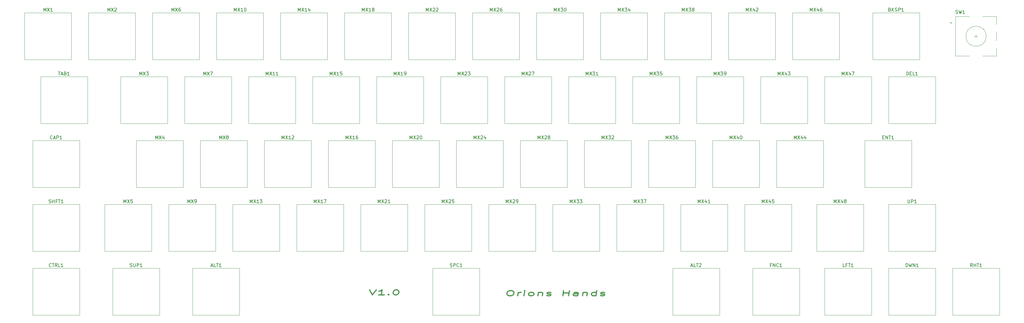
<source format=gbr>
%TF.GenerationSoftware,KiCad,Pcbnew,(6.0.8)*%
%TF.CreationDate,2022-10-10T20:20:44+01:00*%
%TF.ProjectId,keyboard-pcb,6b657962-6f61-4726-942d-7063622e6b69,1.0*%
%TF.SameCoordinates,Original*%
%TF.FileFunction,Legend,Top*%
%TF.FilePolarity,Positive*%
%FSLAX46Y46*%
G04 Gerber Fmt 4.6, Leading zero omitted, Abs format (unit mm)*
G04 Created by KiCad (PCBNEW (6.0.8)) date 2022-10-10 20:20:44*
%MOMM*%
%LPD*%
G01*
G04 APERTURE LIST*
%ADD10C,0.300000*%
%ADD11C,0.150000*%
%ADD12C,0.120000*%
%ADD13O,1.800000X1.800000*%
%ADD14O,1.500000X1.500000*%
%ADD15O,1.700000X1.700000*%
%ADD16R,1.700000X1.700000*%
%ADD17C,1.700000*%
%ADD18C,4.000000*%
%ADD19C,2.200000*%
%ADD20R,2.000000X2.000000*%
%ADD21C,2.000000*%
%ADD22R,3.200000X2.000000*%
%ADD23C,3.050000*%
G04 APERTURE END LIST*
D10*
X173782062Y-188662571D02*
X174594562Y-190162571D01*
X175782062Y-188662571D01*
X178165991Y-190162571D02*
X176451705Y-190162571D01*
X177308848Y-190162571D02*
X177496348Y-188662571D01*
X177183848Y-188876857D01*
X176880276Y-189019714D01*
X176585633Y-189091142D01*
X179469562Y-190019714D02*
X179603491Y-190091142D01*
X179451705Y-190162571D01*
X179317776Y-190091142D01*
X179469562Y-190019714D01*
X179451705Y-190162571D01*
X181639205Y-188662571D02*
X181924919Y-188662571D01*
X182201705Y-188734000D01*
X182335633Y-188805428D01*
X182460633Y-188948285D01*
X182567776Y-189234000D01*
X182523133Y-189591142D01*
X182344562Y-189876857D01*
X182183848Y-190019714D01*
X182032062Y-190091142D01*
X181737419Y-190162571D01*
X181451705Y-190162571D01*
X181174919Y-190091142D01*
X181040991Y-190019714D01*
X180915991Y-189876857D01*
X180808848Y-189591142D01*
X180853491Y-189234000D01*
X181032062Y-188948285D01*
X181192776Y-188805428D01*
X181344562Y-188734000D01*
X181639205Y-188662571D01*
X215550348Y-188916571D02*
X216121776Y-188916571D01*
X216398562Y-188988000D01*
X216666419Y-189130857D01*
X216773562Y-189416571D01*
X216711062Y-189916571D01*
X216532491Y-190202285D01*
X216228919Y-190345142D01*
X215934276Y-190416571D01*
X215362848Y-190416571D01*
X215086062Y-190345142D01*
X214818205Y-190202285D01*
X214711062Y-189916571D01*
X214773562Y-189416571D01*
X214952133Y-189130857D01*
X215255705Y-188988000D01*
X215550348Y-188916571D01*
X217934276Y-190416571D02*
X218059276Y-189416571D01*
X218023562Y-189702285D02*
X218184276Y-189559428D01*
X218336062Y-189488000D01*
X218630705Y-189416571D01*
X218916419Y-189416571D01*
X219791419Y-190416571D02*
X219916419Y-189416571D01*
X219978919Y-188916571D02*
X219827133Y-188988000D01*
X219961062Y-189059428D01*
X220112848Y-188988000D01*
X219978919Y-188916571D01*
X219961062Y-189059428D01*
X221648562Y-190416571D02*
X221371776Y-190345142D01*
X221237848Y-190273714D01*
X221112848Y-190130857D01*
X221166419Y-189702285D01*
X221327133Y-189559428D01*
X221478919Y-189488000D01*
X221773562Y-189416571D01*
X222202133Y-189416571D01*
X222478919Y-189488000D01*
X222612848Y-189559428D01*
X222737848Y-189702285D01*
X222684276Y-190130857D01*
X222523562Y-190273714D01*
X222371776Y-190345142D01*
X222077133Y-190416571D01*
X221648562Y-190416571D01*
X224059276Y-189416571D02*
X223934276Y-190416571D01*
X224041419Y-189559428D02*
X224193205Y-189488000D01*
X224487848Y-189416571D01*
X224916419Y-189416571D01*
X225193205Y-189488000D01*
X225318205Y-189630857D01*
X225219991Y-190416571D01*
X226514633Y-190345142D02*
X226791419Y-190416571D01*
X227362848Y-190416571D01*
X227657491Y-190345142D01*
X227818205Y-190202285D01*
X227827133Y-190130857D01*
X227702133Y-189988000D01*
X227425348Y-189916571D01*
X226996776Y-189916571D01*
X226719991Y-189845142D01*
X226594991Y-189702285D01*
X226603919Y-189630857D01*
X226764633Y-189488000D01*
X227059276Y-189416571D01*
X227487848Y-189416571D01*
X227764633Y-189488000D01*
X231362848Y-190416571D02*
X231550348Y-188916571D01*
X231461062Y-189630857D02*
X233175348Y-189630857D01*
X233077133Y-190416571D02*
X233264633Y-188916571D01*
X235791419Y-190416571D02*
X235889633Y-189630857D01*
X235764633Y-189488000D01*
X235487848Y-189416571D01*
X234916419Y-189416571D01*
X234621776Y-189488000D01*
X235800348Y-190345142D02*
X235505705Y-190416571D01*
X234791419Y-190416571D01*
X234514633Y-190345142D01*
X234389633Y-190202285D01*
X234407491Y-190059428D01*
X234568205Y-189916571D01*
X234862848Y-189845142D01*
X235577133Y-189845142D01*
X235871776Y-189773714D01*
X237344991Y-189416571D02*
X237219991Y-190416571D01*
X237327133Y-189559428D02*
X237478919Y-189488000D01*
X237773562Y-189416571D01*
X238202133Y-189416571D01*
X238478919Y-189488000D01*
X238603919Y-189630857D01*
X238505705Y-190416571D01*
X241219991Y-190416571D02*
X241407491Y-188916571D01*
X241228919Y-190345142D02*
X240934276Y-190416571D01*
X240362848Y-190416571D01*
X240086062Y-190345142D01*
X239952133Y-190273714D01*
X239827133Y-190130857D01*
X239880705Y-189702285D01*
X240041419Y-189559428D01*
X240193205Y-189488000D01*
X240487848Y-189416571D01*
X241059276Y-189416571D01*
X241336062Y-189488000D01*
X242514633Y-190345142D02*
X242791419Y-190416571D01*
X243362848Y-190416571D01*
X243657491Y-190345142D01*
X243818205Y-190202285D01*
X243827133Y-190130857D01*
X243702133Y-189988000D01*
X243425348Y-189916571D01*
X242996776Y-189916571D01*
X242719991Y-189845142D01*
X242594991Y-189702285D01*
X242603919Y-189630857D01*
X242764633Y-189488000D01*
X243059276Y-189416571D01*
X243487848Y-189416571D01*
X243764633Y-189488000D01*
D11*
%TO.C,MX28*%
X223917095Y-143699380D02*
X223917095Y-142699380D01*
X224250428Y-143413666D01*
X224583761Y-142699380D01*
X224583761Y-143699380D01*
X224964714Y-142699380D02*
X225631380Y-143699380D01*
X225631380Y-142699380D02*
X224964714Y-143699380D01*
X225964714Y-142794619D02*
X226012333Y-142747000D01*
X226107571Y-142699380D01*
X226345666Y-142699380D01*
X226440904Y-142747000D01*
X226488523Y-142794619D01*
X226536142Y-142889857D01*
X226536142Y-142985095D01*
X226488523Y-143127952D01*
X225917095Y-143699380D01*
X226536142Y-143699380D01*
X227107571Y-143127952D02*
X227012333Y-143080333D01*
X226964714Y-143032714D01*
X226917095Y-142937476D01*
X226917095Y-142889857D01*
X226964714Y-142794619D01*
X227012333Y-142747000D01*
X227107571Y-142699380D01*
X227298047Y-142699380D01*
X227393285Y-142747000D01*
X227440904Y-142794619D01*
X227488523Y-142889857D01*
X227488523Y-142937476D01*
X227440904Y-143032714D01*
X227393285Y-143080333D01*
X227298047Y-143127952D01*
X227107571Y-143127952D01*
X227012333Y-143175571D01*
X226964714Y-143223190D01*
X226917095Y-143318428D01*
X226917095Y-143508904D01*
X226964714Y-143604142D01*
X227012333Y-143651761D01*
X227107571Y-143699380D01*
X227298047Y-143699380D01*
X227393285Y-143651761D01*
X227440904Y-143604142D01*
X227488523Y-143508904D01*
X227488523Y-143318428D01*
X227440904Y-143223190D01*
X227393285Y-143175571D01*
X227298047Y-143127952D01*
%TO.C,ALT1*%
X126643000Y-181522666D02*
X127119190Y-181522666D01*
X126547761Y-181808380D02*
X126881095Y-180808380D01*
X127214428Y-181808380D01*
X128023952Y-181808380D02*
X127547761Y-181808380D01*
X127547761Y-180808380D01*
X128214428Y-180808380D02*
X128785857Y-180808380D01*
X128500142Y-181808380D02*
X128500142Y-180808380D01*
X129643000Y-181808380D02*
X129071571Y-181808380D01*
X129357285Y-181808380D02*
X129357285Y-180808380D01*
X129262047Y-180951238D01*
X129166809Y-181046476D01*
X129071571Y-181094095D01*
%TO.C,DEL1*%
X333684761Y-124658380D02*
X333684761Y-123658380D01*
X333922857Y-123658380D01*
X334065714Y-123706000D01*
X334160952Y-123801238D01*
X334208571Y-123896476D01*
X334256190Y-124086952D01*
X334256190Y-124229809D01*
X334208571Y-124420285D01*
X334160952Y-124515523D01*
X334065714Y-124610761D01*
X333922857Y-124658380D01*
X333684761Y-124658380D01*
X334684761Y-124134571D02*
X335018095Y-124134571D01*
X335160952Y-124658380D02*
X334684761Y-124658380D01*
X334684761Y-123658380D01*
X335160952Y-123658380D01*
X336065714Y-124658380D02*
X335589523Y-124658380D01*
X335589523Y-123658380D01*
X336922857Y-124658380D02*
X336351428Y-124658380D01*
X336637142Y-124658380D02*
X336637142Y-123658380D01*
X336541904Y-123801238D01*
X336446666Y-123896476D01*
X336351428Y-123944095D01*
%TO.C,MX32*%
X242967095Y-143699380D02*
X242967095Y-142699380D01*
X243300428Y-143413666D01*
X243633761Y-142699380D01*
X243633761Y-143699380D01*
X244014714Y-142699380D02*
X244681380Y-143699380D01*
X244681380Y-142699380D02*
X244014714Y-143699380D01*
X244967095Y-142699380D02*
X245586142Y-142699380D01*
X245252809Y-143080333D01*
X245395666Y-143080333D01*
X245490904Y-143127952D01*
X245538523Y-143175571D01*
X245586142Y-143270809D01*
X245586142Y-143508904D01*
X245538523Y-143604142D01*
X245490904Y-143651761D01*
X245395666Y-143699380D01*
X245109952Y-143699380D01*
X245014714Y-143651761D01*
X244967095Y-143604142D01*
X245967095Y-142794619D02*
X246014714Y-142747000D01*
X246109952Y-142699380D01*
X246348047Y-142699380D01*
X246443285Y-142747000D01*
X246490904Y-142794619D01*
X246538523Y-142889857D01*
X246538523Y-142985095D01*
X246490904Y-143127952D01*
X245919476Y-143699380D01*
X246538523Y-143699380D01*
%TO.C,SUP1*%
X102532085Y-181760761D02*
X102674942Y-181808380D01*
X102913038Y-181808380D01*
X103008276Y-181760761D01*
X103055895Y-181713142D01*
X103103514Y-181617904D01*
X103103514Y-181522666D01*
X103055895Y-181427428D01*
X103008276Y-181379809D01*
X102913038Y-181332190D01*
X102722561Y-181284571D01*
X102627323Y-181236952D01*
X102579704Y-181189333D01*
X102532085Y-181094095D01*
X102532085Y-180998857D01*
X102579704Y-180903619D01*
X102627323Y-180856000D01*
X102722561Y-180808380D01*
X102960657Y-180808380D01*
X103103514Y-180856000D01*
X103532085Y-180808380D02*
X103532085Y-181617904D01*
X103579704Y-181713142D01*
X103627323Y-181760761D01*
X103722561Y-181808380D01*
X103913038Y-181808380D01*
X104008276Y-181760761D01*
X104055895Y-181713142D01*
X104103514Y-181617904D01*
X104103514Y-180808380D01*
X104579704Y-181808380D02*
X104579704Y-180808380D01*
X104960657Y-180808380D01*
X105055895Y-180856000D01*
X105103514Y-180903619D01*
X105151133Y-180998857D01*
X105151133Y-181141714D01*
X105103514Y-181236952D01*
X105055895Y-181284571D01*
X104960657Y-181332190D01*
X104579704Y-181332190D01*
X106103514Y-181808380D02*
X105532085Y-181808380D01*
X105817800Y-181808380D02*
X105817800Y-180808380D01*
X105722561Y-180951238D01*
X105627323Y-181046476D01*
X105532085Y-181094095D01*
%TO.C,MX46*%
X304943095Y-105608380D02*
X304943095Y-104608380D01*
X305276428Y-105322666D01*
X305609761Y-104608380D01*
X305609761Y-105608380D01*
X305990714Y-104608380D02*
X306657380Y-105608380D01*
X306657380Y-104608380D02*
X305990714Y-105608380D01*
X307466904Y-104941714D02*
X307466904Y-105608380D01*
X307228809Y-104560761D02*
X306990714Y-105275047D01*
X307609761Y-105275047D01*
X308419285Y-104608380D02*
X308228809Y-104608380D01*
X308133571Y-104656000D01*
X308085952Y-104703619D01*
X307990714Y-104846476D01*
X307943095Y-105036952D01*
X307943095Y-105417904D01*
X307990714Y-105513142D01*
X308038333Y-105560761D01*
X308133571Y-105608380D01*
X308324047Y-105608380D01*
X308419285Y-105560761D01*
X308466904Y-105513142D01*
X308514523Y-105417904D01*
X308514523Y-105179809D01*
X308466904Y-105084571D01*
X308419285Y-105036952D01*
X308324047Y-104989333D01*
X308133571Y-104989333D01*
X308038333Y-105036952D01*
X307990714Y-105084571D01*
X307943095Y-105179809D01*
%TO.C,MX43*%
X295392695Y-124649380D02*
X295392695Y-123649380D01*
X295726028Y-124363666D01*
X296059361Y-123649380D01*
X296059361Y-124649380D01*
X296440314Y-123649380D02*
X297106980Y-124649380D01*
X297106980Y-123649380D02*
X296440314Y-124649380D01*
X297916504Y-123982714D02*
X297916504Y-124649380D01*
X297678409Y-123601761D02*
X297440314Y-124316047D01*
X298059361Y-124316047D01*
X298345076Y-123649380D02*
X298964123Y-123649380D01*
X298630790Y-124030333D01*
X298773647Y-124030333D01*
X298868885Y-124077952D01*
X298916504Y-124125571D01*
X298964123Y-124220809D01*
X298964123Y-124458904D01*
X298916504Y-124554142D01*
X298868885Y-124601761D01*
X298773647Y-124649380D01*
X298487933Y-124649380D01*
X298392695Y-124601761D01*
X298345076Y-124554142D01*
%TO.C,DWN1*%
X333446666Y-181808380D02*
X333446666Y-180808380D01*
X333684761Y-180808380D01*
X333827619Y-180856000D01*
X333922857Y-180951238D01*
X333970476Y-181046476D01*
X334018095Y-181236952D01*
X334018095Y-181379809D01*
X333970476Y-181570285D01*
X333922857Y-181665523D01*
X333827619Y-181760761D01*
X333684761Y-181808380D01*
X333446666Y-181808380D01*
X334351428Y-180808380D02*
X334589523Y-181808380D01*
X334780000Y-181094095D01*
X334970476Y-181808380D01*
X335208571Y-180808380D01*
X335589523Y-181808380D02*
X335589523Y-180808380D01*
X336160952Y-181808380D01*
X336160952Y-180808380D01*
X337160952Y-181808380D02*
X336589523Y-181808380D01*
X336875238Y-181808380D02*
X336875238Y-180808380D01*
X336780000Y-180951238D01*
X336684761Y-181046476D01*
X336589523Y-181094095D01*
%TO.C,MX12*%
X147717095Y-143699380D02*
X147717095Y-142699380D01*
X148050428Y-143413666D01*
X148383761Y-142699380D01*
X148383761Y-143699380D01*
X148764714Y-142699380D02*
X149431380Y-143699380D01*
X149431380Y-142699380D02*
X148764714Y-143699380D01*
X150336142Y-143699380D02*
X149764714Y-143699380D01*
X150050428Y-143699380D02*
X150050428Y-142699380D01*
X149955190Y-142842238D01*
X149859952Y-142937476D01*
X149764714Y-142985095D01*
X150717095Y-142794619D02*
X150764714Y-142747000D01*
X150859952Y-142699380D01*
X151098047Y-142699380D01*
X151193285Y-142747000D01*
X151240904Y-142794619D01*
X151288523Y-142889857D01*
X151288523Y-142985095D01*
X151240904Y-143127952D01*
X150669476Y-143699380D01*
X151288523Y-143699380D01*
%TO.C,MX33*%
X233492895Y-162749380D02*
X233492895Y-161749380D01*
X233826228Y-162463666D01*
X234159561Y-161749380D01*
X234159561Y-162749380D01*
X234540514Y-161749380D02*
X235207180Y-162749380D01*
X235207180Y-161749380D02*
X234540514Y-162749380D01*
X235492895Y-161749380D02*
X236111942Y-161749380D01*
X235778609Y-162130333D01*
X235921466Y-162130333D01*
X236016704Y-162177952D01*
X236064323Y-162225571D01*
X236111942Y-162320809D01*
X236111942Y-162558904D01*
X236064323Y-162654142D01*
X236016704Y-162701761D01*
X235921466Y-162749380D01*
X235635752Y-162749380D01*
X235540514Y-162701761D01*
X235492895Y-162654142D01*
X236445276Y-161749380D02*
X237064323Y-161749380D01*
X236730990Y-162130333D01*
X236873847Y-162130333D01*
X236969085Y-162177952D01*
X237016704Y-162225571D01*
X237064323Y-162320809D01*
X237064323Y-162558904D01*
X237016704Y-162654142D01*
X236969085Y-162701761D01*
X236873847Y-162749380D01*
X236588133Y-162749380D01*
X236492895Y-162701761D01*
X236445276Y-162654142D01*
%TO.C,FNC1*%
X293435257Y-181284571D02*
X293101923Y-181284571D01*
X293101923Y-181808380D02*
X293101923Y-180808380D01*
X293578114Y-180808380D01*
X293959066Y-181808380D02*
X293959066Y-180808380D01*
X294530495Y-181808380D01*
X294530495Y-180808380D01*
X295578114Y-181713142D02*
X295530495Y-181760761D01*
X295387638Y-181808380D01*
X295292400Y-181808380D01*
X295149542Y-181760761D01*
X295054304Y-181665523D01*
X295006685Y-181570285D01*
X294959066Y-181379809D01*
X294959066Y-181236952D01*
X295006685Y-181046476D01*
X295054304Y-180951238D01*
X295149542Y-180856000D01*
X295292400Y-180808380D01*
X295387638Y-180808380D01*
X295530495Y-180856000D01*
X295578114Y-180903619D01*
X296530495Y-181808380D02*
X295959066Y-181808380D01*
X296244780Y-181808380D02*
X296244780Y-180808380D01*
X296149542Y-180951238D01*
X296054304Y-181046476D01*
X295959066Y-181094095D01*
%TO.C,MX29*%
X214442895Y-162749380D02*
X214442895Y-161749380D01*
X214776228Y-162463666D01*
X215109561Y-161749380D01*
X215109561Y-162749380D01*
X215490514Y-161749380D02*
X216157180Y-162749380D01*
X216157180Y-161749380D02*
X215490514Y-162749380D01*
X216490514Y-161844619D02*
X216538133Y-161797000D01*
X216633371Y-161749380D01*
X216871466Y-161749380D01*
X216966704Y-161797000D01*
X217014323Y-161844619D01*
X217061942Y-161939857D01*
X217061942Y-162035095D01*
X217014323Y-162177952D01*
X216442895Y-162749380D01*
X217061942Y-162749380D01*
X217538133Y-162749380D02*
X217728609Y-162749380D01*
X217823847Y-162701761D01*
X217871466Y-162654142D01*
X217966704Y-162511285D01*
X218014323Y-162320809D01*
X218014323Y-161939857D01*
X217966704Y-161844619D01*
X217919085Y-161797000D01*
X217823847Y-161749380D01*
X217633371Y-161749380D01*
X217538133Y-161797000D01*
X217490514Y-161844619D01*
X217442895Y-161939857D01*
X217442895Y-162177952D01*
X217490514Y-162273190D01*
X217538133Y-162320809D01*
X217633371Y-162368428D01*
X217823847Y-162368428D01*
X217919085Y-162320809D01*
X217966704Y-162273190D01*
X218014323Y-162177952D01*
%TO.C,MX8*%
X129143285Y-143699380D02*
X129143285Y-142699380D01*
X129476619Y-143413666D01*
X129809952Y-142699380D01*
X129809952Y-143699380D01*
X130190904Y-142699380D02*
X130857571Y-143699380D01*
X130857571Y-142699380D02*
X130190904Y-143699380D01*
X131381380Y-143127952D02*
X131286142Y-143080333D01*
X131238523Y-143032714D01*
X131190904Y-142937476D01*
X131190904Y-142889857D01*
X131238523Y-142794619D01*
X131286142Y-142747000D01*
X131381380Y-142699380D01*
X131571857Y-142699380D01*
X131667095Y-142747000D01*
X131714714Y-142794619D01*
X131762333Y-142889857D01*
X131762333Y-142937476D01*
X131714714Y-143032714D01*
X131667095Y-143080333D01*
X131571857Y-143127952D01*
X131381380Y-143127952D01*
X131286142Y-143175571D01*
X131238523Y-143223190D01*
X131190904Y-143318428D01*
X131190904Y-143508904D01*
X131238523Y-143604142D01*
X131286142Y-143651761D01*
X131381380Y-143699380D01*
X131571857Y-143699380D01*
X131667095Y-143651761D01*
X131714714Y-143604142D01*
X131762333Y-143508904D01*
X131762333Y-143318428D01*
X131714714Y-143223190D01*
X131667095Y-143175571D01*
X131571857Y-143127952D01*
%TO.C,MX27*%
X219192695Y-124649380D02*
X219192695Y-123649380D01*
X219526028Y-124363666D01*
X219859361Y-123649380D01*
X219859361Y-124649380D01*
X220240314Y-123649380D02*
X220906980Y-124649380D01*
X220906980Y-123649380D02*
X220240314Y-124649380D01*
X221240314Y-123744619D02*
X221287933Y-123697000D01*
X221383171Y-123649380D01*
X221621266Y-123649380D01*
X221716504Y-123697000D01*
X221764123Y-123744619D01*
X221811742Y-123839857D01*
X221811742Y-123935095D01*
X221764123Y-124077952D01*
X221192695Y-124649380D01*
X221811742Y-124649380D01*
X222145076Y-123649380D02*
X222811742Y-123649380D01*
X222383171Y-124649380D01*
%TO.C,MX23*%
X200142695Y-124649380D02*
X200142695Y-123649380D01*
X200476028Y-124363666D01*
X200809361Y-123649380D01*
X200809361Y-124649380D01*
X201190314Y-123649380D02*
X201856980Y-124649380D01*
X201856980Y-123649380D02*
X201190314Y-124649380D01*
X202190314Y-123744619D02*
X202237933Y-123697000D01*
X202333171Y-123649380D01*
X202571266Y-123649380D01*
X202666504Y-123697000D01*
X202714123Y-123744619D01*
X202761742Y-123839857D01*
X202761742Y-123935095D01*
X202714123Y-124077952D01*
X202142695Y-124649380D01*
X202761742Y-124649380D01*
X203095076Y-123649380D02*
X203714123Y-123649380D01*
X203380790Y-124030333D01*
X203523647Y-124030333D01*
X203618885Y-124077952D01*
X203666504Y-124125571D01*
X203714123Y-124220809D01*
X203714123Y-124458904D01*
X203666504Y-124554142D01*
X203618885Y-124601761D01*
X203523647Y-124649380D01*
X203237933Y-124649380D01*
X203142695Y-124601761D01*
X203095076Y-124554142D01*
%TO.C,MX14*%
X152543095Y-105608380D02*
X152543095Y-104608380D01*
X152876428Y-105322666D01*
X153209761Y-104608380D01*
X153209761Y-105608380D01*
X153590714Y-104608380D02*
X154257380Y-105608380D01*
X154257380Y-104608380D02*
X153590714Y-105608380D01*
X155162142Y-105608380D02*
X154590714Y-105608380D01*
X154876428Y-105608380D02*
X154876428Y-104608380D01*
X154781190Y-104751238D01*
X154685952Y-104846476D01*
X154590714Y-104894095D01*
X156019285Y-104941714D02*
X156019285Y-105608380D01*
X155781190Y-104560761D02*
X155543095Y-105275047D01*
X156162142Y-105275047D01*
%TO.C,MX16*%
X166767095Y-143699380D02*
X166767095Y-142699380D01*
X167100428Y-143413666D01*
X167433761Y-142699380D01*
X167433761Y-143699380D01*
X167814714Y-142699380D02*
X168481380Y-143699380D01*
X168481380Y-142699380D02*
X167814714Y-143699380D01*
X169386142Y-143699380D02*
X168814714Y-143699380D01*
X169100428Y-143699380D02*
X169100428Y-142699380D01*
X169005190Y-142842238D01*
X168909952Y-142937476D01*
X168814714Y-142985095D01*
X170243285Y-142699380D02*
X170052809Y-142699380D01*
X169957571Y-142747000D01*
X169909952Y-142794619D01*
X169814714Y-142937476D01*
X169767095Y-143127952D01*
X169767095Y-143508904D01*
X169814714Y-143604142D01*
X169862333Y-143651761D01*
X169957571Y-143699380D01*
X170148047Y-143699380D01*
X170243285Y-143651761D01*
X170290904Y-143604142D01*
X170338523Y-143508904D01*
X170338523Y-143270809D01*
X170290904Y-143175571D01*
X170243285Y-143127952D01*
X170148047Y-143080333D01*
X169957571Y-143080333D01*
X169862333Y-143127952D01*
X169814714Y-143175571D01*
X169767095Y-143270809D01*
%TO.C,MX48*%
X312080495Y-162749380D02*
X312080495Y-161749380D01*
X312413828Y-162463666D01*
X312747161Y-161749380D01*
X312747161Y-162749380D01*
X313128114Y-161749380D02*
X313794780Y-162749380D01*
X313794780Y-161749380D02*
X313128114Y-162749380D01*
X314604304Y-162082714D02*
X314604304Y-162749380D01*
X314366209Y-161701761D02*
X314128114Y-162416047D01*
X314747161Y-162416047D01*
X315270971Y-162177952D02*
X315175733Y-162130333D01*
X315128114Y-162082714D01*
X315080495Y-161987476D01*
X315080495Y-161939857D01*
X315128114Y-161844619D01*
X315175733Y-161797000D01*
X315270971Y-161749380D01*
X315461447Y-161749380D01*
X315556685Y-161797000D01*
X315604304Y-161844619D01*
X315651923Y-161939857D01*
X315651923Y-161987476D01*
X315604304Y-162082714D01*
X315556685Y-162130333D01*
X315461447Y-162177952D01*
X315270971Y-162177952D01*
X315175733Y-162225571D01*
X315128114Y-162273190D01*
X315080495Y-162368428D01*
X315080495Y-162558904D01*
X315128114Y-162654142D01*
X315175733Y-162701761D01*
X315270971Y-162749380D01*
X315461447Y-162749380D01*
X315556685Y-162701761D01*
X315604304Y-162654142D01*
X315651923Y-162558904D01*
X315651923Y-162368428D01*
X315604304Y-162273190D01*
X315556685Y-162225571D01*
X315461447Y-162177952D01*
%TO.C,SHFT1*%
X78397361Y-162710761D02*
X78540219Y-162758380D01*
X78778314Y-162758380D01*
X78873552Y-162710761D01*
X78921171Y-162663142D01*
X78968790Y-162567904D01*
X78968790Y-162472666D01*
X78921171Y-162377428D01*
X78873552Y-162329809D01*
X78778314Y-162282190D01*
X78587838Y-162234571D01*
X78492600Y-162186952D01*
X78444980Y-162139333D01*
X78397361Y-162044095D01*
X78397361Y-161948857D01*
X78444980Y-161853619D01*
X78492600Y-161806000D01*
X78587838Y-161758380D01*
X78825933Y-161758380D01*
X78968790Y-161806000D01*
X79397361Y-162758380D02*
X79397361Y-161758380D01*
X79397361Y-162234571D02*
X79968790Y-162234571D01*
X79968790Y-162758380D02*
X79968790Y-161758380D01*
X80778314Y-162234571D02*
X80444980Y-162234571D01*
X80444980Y-162758380D02*
X80444980Y-161758380D01*
X80921171Y-161758380D01*
X81159266Y-161758380D02*
X81730695Y-161758380D01*
X81444980Y-162758380D02*
X81444980Y-161758380D01*
X82587838Y-162758380D02*
X82016409Y-162758380D01*
X82302123Y-162758380D02*
X82302123Y-161758380D01*
X82206885Y-161901238D01*
X82111647Y-161996476D01*
X82016409Y-162044095D01*
%TO.C,MX38*%
X266843095Y-105608380D02*
X266843095Y-104608380D01*
X267176428Y-105322666D01*
X267509761Y-104608380D01*
X267509761Y-105608380D01*
X267890714Y-104608380D02*
X268557380Y-105608380D01*
X268557380Y-104608380D02*
X267890714Y-105608380D01*
X268843095Y-104608380D02*
X269462142Y-104608380D01*
X269128809Y-104989333D01*
X269271666Y-104989333D01*
X269366904Y-105036952D01*
X269414523Y-105084571D01*
X269462142Y-105179809D01*
X269462142Y-105417904D01*
X269414523Y-105513142D01*
X269366904Y-105560761D01*
X269271666Y-105608380D01*
X268985952Y-105608380D01*
X268890714Y-105560761D01*
X268843095Y-105513142D01*
X270033571Y-105036952D02*
X269938333Y-104989333D01*
X269890714Y-104941714D01*
X269843095Y-104846476D01*
X269843095Y-104798857D01*
X269890714Y-104703619D01*
X269938333Y-104656000D01*
X270033571Y-104608380D01*
X270224047Y-104608380D01*
X270319285Y-104656000D01*
X270366904Y-104703619D01*
X270414523Y-104798857D01*
X270414523Y-104846476D01*
X270366904Y-104941714D01*
X270319285Y-104989333D01*
X270224047Y-105036952D01*
X270033571Y-105036952D01*
X269938333Y-105084571D01*
X269890714Y-105132190D01*
X269843095Y-105227428D01*
X269843095Y-105417904D01*
X269890714Y-105513142D01*
X269938333Y-105560761D01*
X270033571Y-105608380D01*
X270224047Y-105608380D01*
X270319285Y-105560761D01*
X270366904Y-105513142D01*
X270414523Y-105417904D01*
X270414523Y-105227428D01*
X270366904Y-105132190D01*
X270319285Y-105084571D01*
X270224047Y-105036952D01*
%TO.C,MX13*%
X138242895Y-162749380D02*
X138242895Y-161749380D01*
X138576228Y-162463666D01*
X138909561Y-161749380D01*
X138909561Y-162749380D01*
X139290514Y-161749380D02*
X139957180Y-162749380D01*
X139957180Y-161749380D02*
X139290514Y-162749380D01*
X140861942Y-162749380D02*
X140290514Y-162749380D01*
X140576228Y-162749380D02*
X140576228Y-161749380D01*
X140480990Y-161892238D01*
X140385752Y-161987476D01*
X140290514Y-162035095D01*
X141195276Y-161749380D02*
X141814323Y-161749380D01*
X141480990Y-162130333D01*
X141623847Y-162130333D01*
X141719085Y-162177952D01*
X141766704Y-162225571D01*
X141814323Y-162320809D01*
X141814323Y-162558904D01*
X141766704Y-162654142D01*
X141719085Y-162701761D01*
X141623847Y-162749380D01*
X141338133Y-162749380D01*
X141242895Y-162701761D01*
X141195276Y-162654142D01*
%TO.C,MX26*%
X209693095Y-105608380D02*
X209693095Y-104608380D01*
X210026428Y-105322666D01*
X210359761Y-104608380D01*
X210359761Y-105608380D01*
X210740714Y-104608380D02*
X211407380Y-105608380D01*
X211407380Y-104608380D02*
X210740714Y-105608380D01*
X211740714Y-104703619D02*
X211788333Y-104656000D01*
X211883571Y-104608380D01*
X212121666Y-104608380D01*
X212216904Y-104656000D01*
X212264523Y-104703619D01*
X212312142Y-104798857D01*
X212312142Y-104894095D01*
X212264523Y-105036952D01*
X211693095Y-105608380D01*
X212312142Y-105608380D01*
X213169285Y-104608380D02*
X212978809Y-104608380D01*
X212883571Y-104656000D01*
X212835952Y-104703619D01*
X212740714Y-104846476D01*
X212693095Y-105036952D01*
X212693095Y-105417904D01*
X212740714Y-105513142D01*
X212788333Y-105560761D01*
X212883571Y-105608380D01*
X213074047Y-105608380D01*
X213169285Y-105560761D01*
X213216904Y-105513142D01*
X213264523Y-105417904D01*
X213264523Y-105179809D01*
X213216904Y-105084571D01*
X213169285Y-105036952D01*
X213074047Y-104989333D01*
X212883571Y-104989333D01*
X212788333Y-105036952D01*
X212740714Y-105084571D01*
X212693095Y-105179809D01*
%TO.C,SW1*%
X348292666Y-106225761D02*
X348435523Y-106273380D01*
X348673619Y-106273380D01*
X348768857Y-106225761D01*
X348816476Y-106178142D01*
X348864095Y-106082904D01*
X348864095Y-105987666D01*
X348816476Y-105892428D01*
X348768857Y-105844809D01*
X348673619Y-105797190D01*
X348483142Y-105749571D01*
X348387904Y-105701952D01*
X348340285Y-105654333D01*
X348292666Y-105559095D01*
X348292666Y-105463857D01*
X348340285Y-105368619D01*
X348387904Y-105321000D01*
X348483142Y-105273380D01*
X348721238Y-105273380D01*
X348864095Y-105321000D01*
X349197428Y-105273380D02*
X349435523Y-106273380D01*
X349626000Y-105559095D01*
X349816476Y-106273380D01*
X350054571Y-105273380D01*
X350959333Y-106273380D02*
X350387904Y-106273380D01*
X350673619Y-106273380D02*
X350673619Y-105273380D01*
X350578380Y-105416238D01*
X350483142Y-105511476D01*
X350387904Y-105559095D01*
%TO.C,MX30*%
X228743095Y-105608380D02*
X228743095Y-104608380D01*
X229076428Y-105322666D01*
X229409761Y-104608380D01*
X229409761Y-105608380D01*
X229790714Y-104608380D02*
X230457380Y-105608380D01*
X230457380Y-104608380D02*
X229790714Y-105608380D01*
X230743095Y-104608380D02*
X231362142Y-104608380D01*
X231028809Y-104989333D01*
X231171666Y-104989333D01*
X231266904Y-105036952D01*
X231314523Y-105084571D01*
X231362142Y-105179809D01*
X231362142Y-105417904D01*
X231314523Y-105513142D01*
X231266904Y-105560761D01*
X231171666Y-105608380D01*
X230885952Y-105608380D01*
X230790714Y-105560761D01*
X230743095Y-105513142D01*
X231981190Y-104608380D02*
X232076428Y-104608380D01*
X232171666Y-104656000D01*
X232219285Y-104703619D01*
X232266904Y-104798857D01*
X232314523Y-104989333D01*
X232314523Y-105227428D01*
X232266904Y-105417904D01*
X232219285Y-105513142D01*
X232171666Y-105560761D01*
X232076428Y-105608380D01*
X231981190Y-105608380D01*
X231885952Y-105560761D01*
X231838333Y-105513142D01*
X231790714Y-105417904D01*
X231743095Y-105227428D01*
X231743095Y-104989333D01*
X231790714Y-104798857D01*
X231838333Y-104703619D01*
X231885952Y-104656000D01*
X231981190Y-104608380D01*
%TO.C,TAB1*%
X81164323Y-123658380D02*
X81735752Y-123658380D01*
X81450038Y-124658380D02*
X81450038Y-123658380D01*
X82021466Y-124372666D02*
X82497657Y-124372666D01*
X81926228Y-124658380D02*
X82259561Y-123658380D01*
X82592895Y-124658380D01*
X83259561Y-124134571D02*
X83402419Y-124182190D01*
X83450038Y-124229809D01*
X83497657Y-124325047D01*
X83497657Y-124467904D01*
X83450038Y-124563142D01*
X83402419Y-124610761D01*
X83307180Y-124658380D01*
X82926228Y-124658380D01*
X82926228Y-123658380D01*
X83259561Y-123658380D01*
X83354800Y-123706000D01*
X83402419Y-123753619D01*
X83450038Y-123848857D01*
X83450038Y-123944095D01*
X83402419Y-124039333D01*
X83354800Y-124086952D01*
X83259561Y-124134571D01*
X82926228Y-124134571D01*
X84450038Y-124658380D02*
X83878609Y-124658380D01*
X84164323Y-124658380D02*
X84164323Y-123658380D01*
X84069085Y-123801238D01*
X83973847Y-123896476D01*
X83878609Y-123944095D01*
%TO.C,MX6*%
X114919285Y-105599380D02*
X114919285Y-104599380D01*
X115252619Y-105313666D01*
X115585952Y-104599380D01*
X115585952Y-105599380D01*
X115966904Y-104599380D02*
X116633571Y-105599380D01*
X116633571Y-104599380D02*
X115966904Y-105599380D01*
X117443095Y-104599380D02*
X117252619Y-104599380D01*
X117157380Y-104647000D01*
X117109761Y-104694619D01*
X117014523Y-104837476D01*
X116966904Y-105027952D01*
X116966904Y-105408904D01*
X117014523Y-105504142D01*
X117062142Y-105551761D01*
X117157380Y-105599380D01*
X117347857Y-105599380D01*
X117443095Y-105551761D01*
X117490714Y-105504142D01*
X117538333Y-105408904D01*
X117538333Y-105170809D01*
X117490714Y-105075571D01*
X117443095Y-105027952D01*
X117347857Y-104980333D01*
X117157380Y-104980333D01*
X117062142Y-105027952D01*
X117014523Y-105075571D01*
X116966904Y-105170809D01*
%TO.C,MX34*%
X247793095Y-105608380D02*
X247793095Y-104608380D01*
X248126428Y-105322666D01*
X248459761Y-104608380D01*
X248459761Y-105608380D01*
X248840714Y-104608380D02*
X249507380Y-105608380D01*
X249507380Y-104608380D02*
X248840714Y-105608380D01*
X249793095Y-104608380D02*
X250412142Y-104608380D01*
X250078809Y-104989333D01*
X250221666Y-104989333D01*
X250316904Y-105036952D01*
X250364523Y-105084571D01*
X250412142Y-105179809D01*
X250412142Y-105417904D01*
X250364523Y-105513142D01*
X250316904Y-105560761D01*
X250221666Y-105608380D01*
X249935952Y-105608380D01*
X249840714Y-105560761D01*
X249793095Y-105513142D01*
X251269285Y-104941714D02*
X251269285Y-105608380D01*
X251031190Y-104560761D02*
X250793095Y-105275047D01*
X251412142Y-105275047D01*
%TO.C,MX10*%
X133493095Y-105599380D02*
X133493095Y-104599380D01*
X133826428Y-105313666D01*
X134159761Y-104599380D01*
X134159761Y-105599380D01*
X134540714Y-104599380D02*
X135207380Y-105599380D01*
X135207380Y-104599380D02*
X134540714Y-105599380D01*
X136112142Y-105599380D02*
X135540714Y-105599380D01*
X135826428Y-105599380D02*
X135826428Y-104599380D01*
X135731190Y-104742238D01*
X135635952Y-104837476D01*
X135540714Y-104885095D01*
X136731190Y-104599380D02*
X136826428Y-104599380D01*
X136921666Y-104647000D01*
X136969285Y-104694619D01*
X137016904Y-104789857D01*
X137064523Y-104980333D01*
X137064523Y-105218428D01*
X137016904Y-105408904D01*
X136969285Y-105504142D01*
X136921666Y-105551761D01*
X136826428Y-105599380D01*
X136731190Y-105599380D01*
X136635952Y-105551761D01*
X136588333Y-105504142D01*
X136540714Y-105408904D01*
X136493095Y-105218428D01*
X136493095Y-104980333D01*
X136540714Y-104789857D01*
X136588333Y-104694619D01*
X136635952Y-104647000D01*
X136731190Y-104599380D01*
%TO.C,MX47*%
X314442695Y-124649380D02*
X314442695Y-123649380D01*
X314776028Y-124363666D01*
X315109361Y-123649380D01*
X315109361Y-124649380D01*
X315490314Y-123649380D02*
X316156980Y-124649380D01*
X316156980Y-123649380D02*
X315490314Y-124649380D01*
X316966504Y-123982714D02*
X316966504Y-124649380D01*
X316728409Y-123601761D02*
X316490314Y-124316047D01*
X317109361Y-124316047D01*
X317395076Y-123649380D02*
X318061742Y-123649380D01*
X317633171Y-124649380D01*
%TO.C,RHT1*%
X353258571Y-181808380D02*
X352925238Y-181332190D01*
X352687142Y-181808380D02*
X352687142Y-180808380D01*
X353068095Y-180808380D01*
X353163333Y-180856000D01*
X353210952Y-180903619D01*
X353258571Y-180998857D01*
X353258571Y-181141714D01*
X353210952Y-181236952D01*
X353163333Y-181284571D01*
X353068095Y-181332190D01*
X352687142Y-181332190D01*
X353687142Y-181808380D02*
X353687142Y-180808380D01*
X353687142Y-181284571D02*
X354258571Y-181284571D01*
X354258571Y-181808380D02*
X354258571Y-180808380D01*
X354591904Y-180808380D02*
X355163333Y-180808380D01*
X354877619Y-181808380D02*
X354877619Y-180808380D01*
X356020476Y-181808380D02*
X355449047Y-181808380D01*
X355734761Y-181808380D02*
X355734761Y-180808380D01*
X355639523Y-180951238D01*
X355544285Y-181046476D01*
X355449047Y-181094095D01*
%TO.C,MX4*%
X110093285Y-143699380D02*
X110093285Y-142699380D01*
X110426619Y-143413666D01*
X110759952Y-142699380D01*
X110759952Y-143699380D01*
X111140904Y-142699380D02*
X111807571Y-143699380D01*
X111807571Y-142699380D02*
X111140904Y-143699380D01*
X112617095Y-143032714D02*
X112617095Y-143699380D01*
X112379000Y-142651761D02*
X112140904Y-143366047D01*
X112759952Y-143366047D01*
%TO.C,MX24*%
X204867095Y-143699380D02*
X204867095Y-142699380D01*
X205200428Y-143413666D01*
X205533761Y-142699380D01*
X205533761Y-143699380D01*
X205914714Y-142699380D02*
X206581380Y-143699380D01*
X206581380Y-142699380D02*
X205914714Y-143699380D01*
X206914714Y-142794619D02*
X206962333Y-142747000D01*
X207057571Y-142699380D01*
X207295666Y-142699380D01*
X207390904Y-142747000D01*
X207438523Y-142794619D01*
X207486142Y-142889857D01*
X207486142Y-142985095D01*
X207438523Y-143127952D01*
X206867095Y-143699380D01*
X207486142Y-143699380D01*
X208343285Y-143032714D02*
X208343285Y-143699380D01*
X208105190Y-142651761D02*
X207867095Y-143366047D01*
X208486142Y-143366047D01*
%TO.C,CTRL1*%
X79040219Y-181713142D02*
X78992600Y-181760761D01*
X78849742Y-181808380D01*
X78754504Y-181808380D01*
X78611647Y-181760761D01*
X78516409Y-181665523D01*
X78468790Y-181570285D01*
X78421171Y-181379809D01*
X78421171Y-181236952D01*
X78468790Y-181046476D01*
X78516409Y-180951238D01*
X78611647Y-180856000D01*
X78754504Y-180808380D01*
X78849742Y-180808380D01*
X78992600Y-180856000D01*
X79040219Y-180903619D01*
X79325933Y-180808380D02*
X79897361Y-180808380D01*
X79611647Y-181808380D02*
X79611647Y-180808380D01*
X80802123Y-181808380D02*
X80468790Y-181332190D01*
X80230695Y-181808380D02*
X80230695Y-180808380D01*
X80611647Y-180808380D01*
X80706885Y-180856000D01*
X80754504Y-180903619D01*
X80802123Y-180998857D01*
X80802123Y-181141714D01*
X80754504Y-181236952D01*
X80706885Y-181284571D01*
X80611647Y-181332190D01*
X80230695Y-181332190D01*
X81706885Y-181808380D02*
X81230695Y-181808380D01*
X81230695Y-180808380D01*
X82564028Y-181808380D02*
X81992600Y-181808380D01*
X82278314Y-181808380D02*
X82278314Y-180808380D01*
X82183076Y-180951238D01*
X82087838Y-181046476D01*
X81992600Y-181094095D01*
%TO.C,MX11*%
X142992695Y-124649380D02*
X142992695Y-123649380D01*
X143326028Y-124363666D01*
X143659361Y-123649380D01*
X143659361Y-124649380D01*
X144040314Y-123649380D02*
X144706980Y-124649380D01*
X144706980Y-123649380D02*
X144040314Y-124649380D01*
X145611742Y-124649380D02*
X145040314Y-124649380D01*
X145326028Y-124649380D02*
X145326028Y-123649380D01*
X145230790Y-123792238D01*
X145135552Y-123887476D01*
X145040314Y-123935095D01*
X146564123Y-124649380D02*
X145992695Y-124649380D01*
X146278409Y-124649380D02*
X146278409Y-123649380D01*
X146183171Y-123792238D01*
X146087933Y-123887476D01*
X145992695Y-123935095D01*
%TO.C,BKSP1*%
X328623847Y-105084571D02*
X328766704Y-105132190D01*
X328814323Y-105179809D01*
X328861942Y-105275047D01*
X328861942Y-105417904D01*
X328814323Y-105513142D01*
X328766704Y-105560761D01*
X328671466Y-105608380D01*
X328290514Y-105608380D01*
X328290514Y-104608380D01*
X328623847Y-104608380D01*
X328719085Y-104656000D01*
X328766704Y-104703619D01*
X328814323Y-104798857D01*
X328814323Y-104894095D01*
X328766704Y-104989333D01*
X328719085Y-105036952D01*
X328623847Y-105084571D01*
X328290514Y-105084571D01*
X329290514Y-105608380D02*
X329290514Y-104608380D01*
X329861942Y-105608380D02*
X329433371Y-105036952D01*
X329861942Y-104608380D02*
X329290514Y-105179809D01*
X330242895Y-105560761D02*
X330385752Y-105608380D01*
X330623847Y-105608380D01*
X330719085Y-105560761D01*
X330766704Y-105513142D01*
X330814323Y-105417904D01*
X330814323Y-105322666D01*
X330766704Y-105227428D01*
X330719085Y-105179809D01*
X330623847Y-105132190D01*
X330433371Y-105084571D01*
X330338133Y-105036952D01*
X330290514Y-104989333D01*
X330242895Y-104894095D01*
X330242895Y-104798857D01*
X330290514Y-104703619D01*
X330338133Y-104656000D01*
X330433371Y-104608380D01*
X330671466Y-104608380D01*
X330814323Y-104656000D01*
X331242895Y-105608380D02*
X331242895Y-104608380D01*
X331623847Y-104608380D01*
X331719085Y-104656000D01*
X331766704Y-104703619D01*
X331814323Y-104798857D01*
X331814323Y-104941714D01*
X331766704Y-105036952D01*
X331719085Y-105084571D01*
X331623847Y-105132190D01*
X331242895Y-105132190D01*
X332766704Y-105608380D02*
X332195276Y-105608380D01*
X332480990Y-105608380D02*
X332480990Y-104608380D01*
X332385752Y-104751238D01*
X332290514Y-104846476D01*
X332195276Y-104894095D01*
%TO.C,ALT2*%
X269492600Y-181522666D02*
X269968790Y-181522666D01*
X269397361Y-181808380D02*
X269730695Y-180808380D01*
X270064028Y-181808380D01*
X270873552Y-181808380D02*
X270397361Y-181808380D01*
X270397361Y-180808380D01*
X271064028Y-180808380D02*
X271635457Y-180808380D01*
X271349742Y-181808380D02*
X271349742Y-180808380D01*
X271921171Y-180903619D02*
X271968790Y-180856000D01*
X272064028Y-180808380D01*
X272302123Y-180808380D01*
X272397361Y-180856000D01*
X272444980Y-180903619D01*
X272492600Y-180998857D01*
X272492600Y-181094095D01*
X272444980Y-181236952D01*
X271873552Y-181808380D01*
X272492600Y-181808380D01*
%TO.C,MX41*%
X271592895Y-162749380D02*
X271592895Y-161749380D01*
X271926228Y-162463666D01*
X272259561Y-161749380D01*
X272259561Y-162749380D01*
X272640514Y-161749380D02*
X273307180Y-162749380D01*
X273307180Y-161749380D02*
X272640514Y-162749380D01*
X274116704Y-162082714D02*
X274116704Y-162749380D01*
X273878609Y-161701761D02*
X273640514Y-162416047D01*
X274259561Y-162416047D01*
X275164323Y-162749380D02*
X274592895Y-162749380D01*
X274878609Y-162749380D02*
X274878609Y-161749380D01*
X274783371Y-161892238D01*
X274688133Y-161987476D01*
X274592895Y-162035095D01*
%TO.C,SPC1*%
X197805895Y-181745561D02*
X197948752Y-181793180D01*
X198186847Y-181793180D01*
X198282085Y-181745561D01*
X198329704Y-181697942D01*
X198377323Y-181602704D01*
X198377323Y-181507466D01*
X198329704Y-181412228D01*
X198282085Y-181364609D01*
X198186847Y-181316990D01*
X197996371Y-181269371D01*
X197901133Y-181221752D01*
X197853514Y-181174133D01*
X197805895Y-181078895D01*
X197805895Y-180983657D01*
X197853514Y-180888419D01*
X197901133Y-180840800D01*
X197996371Y-180793180D01*
X198234466Y-180793180D01*
X198377323Y-180840800D01*
X198805895Y-181793180D02*
X198805895Y-180793180D01*
X199186847Y-180793180D01*
X199282085Y-180840800D01*
X199329704Y-180888419D01*
X199377323Y-180983657D01*
X199377323Y-181126514D01*
X199329704Y-181221752D01*
X199282085Y-181269371D01*
X199186847Y-181316990D01*
X198805895Y-181316990D01*
X200377323Y-181697942D02*
X200329704Y-181745561D01*
X200186847Y-181793180D01*
X200091609Y-181793180D01*
X199948752Y-181745561D01*
X199853514Y-181650323D01*
X199805895Y-181555085D01*
X199758276Y-181364609D01*
X199758276Y-181221752D01*
X199805895Y-181031276D01*
X199853514Y-180936038D01*
X199948752Y-180840800D01*
X200091609Y-180793180D01*
X200186847Y-180793180D01*
X200329704Y-180840800D01*
X200377323Y-180888419D01*
X201329704Y-181793180D02*
X200758276Y-181793180D01*
X201043990Y-181793180D02*
X201043990Y-180793180D01*
X200948752Y-180936038D01*
X200853514Y-181031276D01*
X200758276Y-181078895D01*
%TO.C,MX18*%
X171593095Y-105608380D02*
X171593095Y-104608380D01*
X171926428Y-105322666D01*
X172259761Y-104608380D01*
X172259761Y-105608380D01*
X172640714Y-104608380D02*
X173307380Y-105608380D01*
X173307380Y-104608380D02*
X172640714Y-105608380D01*
X174212142Y-105608380D02*
X173640714Y-105608380D01*
X173926428Y-105608380D02*
X173926428Y-104608380D01*
X173831190Y-104751238D01*
X173735952Y-104846476D01*
X173640714Y-104894095D01*
X174783571Y-105036952D02*
X174688333Y-104989333D01*
X174640714Y-104941714D01*
X174593095Y-104846476D01*
X174593095Y-104798857D01*
X174640714Y-104703619D01*
X174688333Y-104656000D01*
X174783571Y-104608380D01*
X174974047Y-104608380D01*
X175069285Y-104656000D01*
X175116904Y-104703619D01*
X175164523Y-104798857D01*
X175164523Y-104846476D01*
X175116904Y-104941714D01*
X175069285Y-104989333D01*
X174974047Y-105036952D01*
X174783571Y-105036952D01*
X174688333Y-105084571D01*
X174640714Y-105132190D01*
X174593095Y-105227428D01*
X174593095Y-105417904D01*
X174640714Y-105513142D01*
X174688333Y-105560761D01*
X174783571Y-105608380D01*
X174974047Y-105608380D01*
X175069285Y-105560761D01*
X175116904Y-105513142D01*
X175164523Y-105417904D01*
X175164523Y-105227428D01*
X175116904Y-105132190D01*
X175069285Y-105084571D01*
X174974047Y-105036952D01*
%TO.C,MX36*%
X262042495Y-143699380D02*
X262042495Y-142699380D01*
X262375828Y-143413666D01*
X262709161Y-142699380D01*
X262709161Y-143699380D01*
X263090114Y-142699380D02*
X263756780Y-143699380D01*
X263756780Y-142699380D02*
X263090114Y-143699380D01*
X264042495Y-142699380D02*
X264661542Y-142699380D01*
X264328209Y-143080333D01*
X264471066Y-143080333D01*
X264566304Y-143127952D01*
X264613923Y-143175571D01*
X264661542Y-143270809D01*
X264661542Y-143508904D01*
X264613923Y-143604142D01*
X264566304Y-143651761D01*
X264471066Y-143699380D01*
X264185352Y-143699380D01*
X264090114Y-143651761D01*
X264042495Y-143604142D01*
X265518685Y-142699380D02*
X265328209Y-142699380D01*
X265232971Y-142747000D01*
X265185352Y-142794619D01*
X265090114Y-142937476D01*
X265042495Y-143127952D01*
X265042495Y-143508904D01*
X265090114Y-143604142D01*
X265137733Y-143651761D01*
X265232971Y-143699380D01*
X265423447Y-143699380D01*
X265518685Y-143651761D01*
X265566304Y-143604142D01*
X265613923Y-143508904D01*
X265613923Y-143270809D01*
X265566304Y-143175571D01*
X265518685Y-143127952D01*
X265423447Y-143080333D01*
X265232971Y-143080333D01*
X265137733Y-143127952D01*
X265090114Y-143175571D01*
X265042495Y-143270809D01*
%TO.C,MX25*%
X195392895Y-162749380D02*
X195392895Y-161749380D01*
X195726228Y-162463666D01*
X196059561Y-161749380D01*
X196059561Y-162749380D01*
X196440514Y-161749380D02*
X197107180Y-162749380D01*
X197107180Y-161749380D02*
X196440514Y-162749380D01*
X197440514Y-161844619D02*
X197488133Y-161797000D01*
X197583371Y-161749380D01*
X197821466Y-161749380D01*
X197916704Y-161797000D01*
X197964323Y-161844619D01*
X198011942Y-161939857D01*
X198011942Y-162035095D01*
X197964323Y-162177952D01*
X197392895Y-162749380D01*
X198011942Y-162749380D01*
X198916704Y-161749380D02*
X198440514Y-161749380D01*
X198392895Y-162225571D01*
X198440514Y-162177952D01*
X198535752Y-162130333D01*
X198773847Y-162130333D01*
X198869085Y-162177952D01*
X198916704Y-162225571D01*
X198964323Y-162320809D01*
X198964323Y-162558904D01*
X198916704Y-162654142D01*
X198869085Y-162701761D01*
X198773847Y-162749380D01*
X198535752Y-162749380D01*
X198440514Y-162701761D01*
X198392895Y-162654142D01*
%TO.C,ENT1*%
X326547361Y-143184571D02*
X326880695Y-143184571D01*
X327023552Y-143708380D02*
X326547361Y-143708380D01*
X326547361Y-142708380D01*
X327023552Y-142708380D01*
X327452123Y-143708380D02*
X327452123Y-142708380D01*
X328023552Y-143708380D01*
X328023552Y-142708380D01*
X328356885Y-142708380D02*
X328928314Y-142708380D01*
X328642600Y-143708380D02*
X328642600Y-142708380D01*
X329785457Y-143708380D02*
X329214028Y-143708380D01*
X329499742Y-143708380D02*
X329499742Y-142708380D01*
X329404504Y-142851238D01*
X329309266Y-142946476D01*
X329214028Y-142994095D01*
%TO.C,MX2*%
X95869285Y-105608380D02*
X95869285Y-104608380D01*
X96202619Y-105322666D01*
X96535952Y-104608380D01*
X96535952Y-105608380D01*
X96916904Y-104608380D02*
X97583571Y-105608380D01*
X97583571Y-104608380D02*
X96916904Y-105608380D01*
X97916904Y-104703619D02*
X97964523Y-104656000D01*
X98059761Y-104608380D01*
X98297857Y-104608380D01*
X98393095Y-104656000D01*
X98440714Y-104703619D01*
X98488333Y-104798857D01*
X98488333Y-104894095D01*
X98440714Y-105036952D01*
X97869285Y-105608380D01*
X98488333Y-105608380D01*
%TO.C,MX15*%
X162042695Y-124649380D02*
X162042695Y-123649380D01*
X162376028Y-124363666D01*
X162709361Y-123649380D01*
X162709361Y-124649380D01*
X163090314Y-123649380D02*
X163756980Y-124649380D01*
X163756980Y-123649380D02*
X163090314Y-124649380D01*
X164661742Y-124649380D02*
X164090314Y-124649380D01*
X164376028Y-124649380D02*
X164376028Y-123649380D01*
X164280790Y-123792238D01*
X164185552Y-123887476D01*
X164090314Y-123935095D01*
X165566504Y-123649380D02*
X165090314Y-123649380D01*
X165042695Y-124125571D01*
X165090314Y-124077952D01*
X165185552Y-124030333D01*
X165423647Y-124030333D01*
X165518885Y-124077952D01*
X165566504Y-124125571D01*
X165614123Y-124220809D01*
X165614123Y-124458904D01*
X165566504Y-124554142D01*
X165518885Y-124601761D01*
X165423647Y-124649380D01*
X165185552Y-124649380D01*
X165090314Y-124601761D01*
X165042695Y-124554142D01*
%TO.C,CAP1*%
X79397361Y-143613142D02*
X79349742Y-143660761D01*
X79206885Y-143708380D01*
X79111647Y-143708380D01*
X78968790Y-143660761D01*
X78873552Y-143565523D01*
X78825933Y-143470285D01*
X78778314Y-143279809D01*
X78778314Y-143136952D01*
X78825933Y-142946476D01*
X78873552Y-142851238D01*
X78968790Y-142756000D01*
X79111647Y-142708380D01*
X79206885Y-142708380D01*
X79349742Y-142756000D01*
X79397361Y-142803619D01*
X79778314Y-143422666D02*
X80254504Y-143422666D01*
X79683076Y-143708380D02*
X80016409Y-142708380D01*
X80349742Y-143708380D01*
X80683076Y-143708380D02*
X80683076Y-142708380D01*
X81064028Y-142708380D01*
X81159266Y-142756000D01*
X81206885Y-142803619D01*
X81254504Y-142898857D01*
X81254504Y-143041714D01*
X81206885Y-143136952D01*
X81159266Y-143184571D01*
X81064028Y-143232190D01*
X80683076Y-143232190D01*
X82206885Y-143708380D02*
X81635457Y-143708380D01*
X81921171Y-143708380D02*
X81921171Y-142708380D01*
X81825933Y-142851238D01*
X81730695Y-142946476D01*
X81635457Y-142994095D01*
%TO.C,UP1*%
X334018095Y-161774780D02*
X334018095Y-162584304D01*
X334065714Y-162679542D01*
X334113333Y-162727161D01*
X334208571Y-162774780D01*
X334399047Y-162774780D01*
X334494285Y-162727161D01*
X334541904Y-162679542D01*
X334589523Y-162584304D01*
X334589523Y-161774780D01*
X335065714Y-162774780D02*
X335065714Y-161774780D01*
X335446666Y-161774780D01*
X335541904Y-161822400D01*
X335589523Y-161870019D01*
X335637142Y-161965257D01*
X335637142Y-162108114D01*
X335589523Y-162203352D01*
X335541904Y-162250971D01*
X335446666Y-162298590D01*
X335065714Y-162298590D01*
X336589523Y-162774780D02*
X336018095Y-162774780D01*
X336303809Y-162774780D02*
X336303809Y-161774780D01*
X336208571Y-161917638D01*
X336113333Y-162012876D01*
X336018095Y-162060495D01*
%TO.C,MX31*%
X238242695Y-124649380D02*
X238242695Y-123649380D01*
X238576028Y-124363666D01*
X238909361Y-123649380D01*
X238909361Y-124649380D01*
X239290314Y-123649380D02*
X239956980Y-124649380D01*
X239956980Y-123649380D02*
X239290314Y-124649380D01*
X240242695Y-123649380D02*
X240861742Y-123649380D01*
X240528409Y-124030333D01*
X240671266Y-124030333D01*
X240766504Y-124077952D01*
X240814123Y-124125571D01*
X240861742Y-124220809D01*
X240861742Y-124458904D01*
X240814123Y-124554142D01*
X240766504Y-124601761D01*
X240671266Y-124649380D01*
X240385552Y-124649380D01*
X240290314Y-124601761D01*
X240242695Y-124554142D01*
X241814123Y-124649380D02*
X241242695Y-124649380D01*
X241528409Y-124649380D02*
X241528409Y-123649380D01*
X241433171Y-123792238D01*
X241337933Y-123887476D01*
X241242695Y-123935095D01*
%TO.C,MX35*%
X257292695Y-124649380D02*
X257292695Y-123649380D01*
X257626028Y-124363666D01*
X257959361Y-123649380D01*
X257959361Y-124649380D01*
X258340314Y-123649380D02*
X259006980Y-124649380D01*
X259006980Y-123649380D02*
X258340314Y-124649380D01*
X259292695Y-123649380D02*
X259911742Y-123649380D01*
X259578409Y-124030333D01*
X259721266Y-124030333D01*
X259816504Y-124077952D01*
X259864123Y-124125571D01*
X259911742Y-124220809D01*
X259911742Y-124458904D01*
X259864123Y-124554142D01*
X259816504Y-124601761D01*
X259721266Y-124649380D01*
X259435552Y-124649380D01*
X259340314Y-124601761D01*
X259292695Y-124554142D01*
X260816504Y-123649380D02*
X260340314Y-123649380D01*
X260292695Y-124125571D01*
X260340314Y-124077952D01*
X260435552Y-124030333D01*
X260673647Y-124030333D01*
X260768885Y-124077952D01*
X260816504Y-124125571D01*
X260864123Y-124220809D01*
X260864123Y-124458904D01*
X260816504Y-124554142D01*
X260768885Y-124601761D01*
X260673647Y-124649380D01*
X260435552Y-124649380D01*
X260340314Y-124601761D01*
X260292695Y-124554142D01*
%TO.C,MX5*%
X100644485Y-162758380D02*
X100644485Y-161758380D01*
X100977819Y-162472666D01*
X101311152Y-161758380D01*
X101311152Y-162758380D01*
X101692104Y-161758380D02*
X102358771Y-162758380D01*
X102358771Y-161758380D02*
X101692104Y-162758380D01*
X103215914Y-161758380D02*
X102739723Y-161758380D01*
X102692104Y-162234571D01*
X102739723Y-162186952D01*
X102834961Y-162139333D01*
X103073057Y-162139333D01*
X103168295Y-162186952D01*
X103215914Y-162234571D01*
X103263533Y-162329809D01*
X103263533Y-162567904D01*
X103215914Y-162663142D01*
X103168295Y-162710761D01*
X103073057Y-162758380D01*
X102834961Y-162758380D01*
X102739723Y-162710761D01*
X102692104Y-162663142D01*
%TO.C,MX42*%
X285893095Y-105608380D02*
X285893095Y-104608380D01*
X286226428Y-105322666D01*
X286559761Y-104608380D01*
X286559761Y-105608380D01*
X286940714Y-104608380D02*
X287607380Y-105608380D01*
X287607380Y-104608380D02*
X286940714Y-105608380D01*
X288416904Y-104941714D02*
X288416904Y-105608380D01*
X288178809Y-104560761D02*
X287940714Y-105275047D01*
X288559761Y-105275047D01*
X288893095Y-104703619D02*
X288940714Y-104656000D01*
X289035952Y-104608380D01*
X289274047Y-104608380D01*
X289369285Y-104656000D01*
X289416904Y-104703619D01*
X289464523Y-104798857D01*
X289464523Y-104894095D01*
X289416904Y-105036952D01*
X288845476Y-105608380D01*
X289464523Y-105608380D01*
%TO.C,MX40*%
X281092495Y-143699380D02*
X281092495Y-142699380D01*
X281425828Y-143413666D01*
X281759161Y-142699380D01*
X281759161Y-143699380D01*
X282140114Y-142699380D02*
X282806780Y-143699380D01*
X282806780Y-142699380D02*
X282140114Y-143699380D01*
X283616304Y-143032714D02*
X283616304Y-143699380D01*
X283378209Y-142651761D02*
X283140114Y-143366047D01*
X283759161Y-143366047D01*
X284330590Y-142699380D02*
X284425828Y-142699380D01*
X284521066Y-142747000D01*
X284568685Y-142794619D01*
X284616304Y-142889857D01*
X284663923Y-143080333D01*
X284663923Y-143318428D01*
X284616304Y-143508904D01*
X284568685Y-143604142D01*
X284521066Y-143651761D01*
X284425828Y-143699380D01*
X284330590Y-143699380D01*
X284235352Y-143651761D01*
X284187733Y-143604142D01*
X284140114Y-143508904D01*
X284092495Y-143318428D01*
X284092495Y-143080333D01*
X284140114Y-142889857D01*
X284187733Y-142794619D01*
X284235352Y-142747000D01*
X284330590Y-142699380D01*
%TO.C,MX7*%
X124418885Y-124649380D02*
X124418885Y-123649380D01*
X124752219Y-124363666D01*
X125085552Y-123649380D01*
X125085552Y-124649380D01*
X125466504Y-123649380D02*
X126133171Y-124649380D01*
X126133171Y-123649380D02*
X125466504Y-124649380D01*
X126418885Y-123649380D02*
X127085552Y-123649380D01*
X126656980Y-124649380D01*
%TO.C,MX22*%
X190643095Y-105608380D02*
X190643095Y-104608380D01*
X190976428Y-105322666D01*
X191309761Y-104608380D01*
X191309761Y-105608380D01*
X191690714Y-104608380D02*
X192357380Y-105608380D01*
X192357380Y-104608380D02*
X191690714Y-105608380D01*
X192690714Y-104703619D02*
X192738333Y-104656000D01*
X192833571Y-104608380D01*
X193071666Y-104608380D01*
X193166904Y-104656000D01*
X193214523Y-104703619D01*
X193262142Y-104798857D01*
X193262142Y-104894095D01*
X193214523Y-105036952D01*
X192643095Y-105608380D01*
X193262142Y-105608380D01*
X193643095Y-104703619D02*
X193690714Y-104656000D01*
X193785952Y-104608380D01*
X194024047Y-104608380D01*
X194119285Y-104656000D01*
X194166904Y-104703619D01*
X194214523Y-104798857D01*
X194214523Y-104894095D01*
X194166904Y-105036952D01*
X193595476Y-105608380D01*
X194214523Y-105608380D01*
%TO.C,MX19*%
X181092695Y-124649380D02*
X181092695Y-123649380D01*
X181426028Y-124363666D01*
X181759361Y-123649380D01*
X181759361Y-124649380D01*
X182140314Y-123649380D02*
X182806980Y-124649380D01*
X182806980Y-123649380D02*
X182140314Y-124649380D01*
X183711742Y-124649380D02*
X183140314Y-124649380D01*
X183426028Y-124649380D02*
X183426028Y-123649380D01*
X183330790Y-123792238D01*
X183235552Y-123887476D01*
X183140314Y-123935095D01*
X184187933Y-124649380D02*
X184378409Y-124649380D01*
X184473647Y-124601761D01*
X184521266Y-124554142D01*
X184616504Y-124411285D01*
X184664123Y-124220809D01*
X184664123Y-123839857D01*
X184616504Y-123744619D01*
X184568885Y-123697000D01*
X184473647Y-123649380D01*
X184283171Y-123649380D01*
X184187933Y-123697000D01*
X184140314Y-123744619D01*
X184092695Y-123839857D01*
X184092695Y-124077952D01*
X184140314Y-124173190D01*
X184187933Y-124220809D01*
X184283171Y-124268428D01*
X184473647Y-124268428D01*
X184568885Y-124220809D01*
X184616504Y-124173190D01*
X184664123Y-124077952D01*
%TO.C,MX37*%
X252542895Y-162749380D02*
X252542895Y-161749380D01*
X252876228Y-162463666D01*
X253209561Y-161749380D01*
X253209561Y-162749380D01*
X253590514Y-161749380D02*
X254257180Y-162749380D01*
X254257180Y-161749380D02*
X253590514Y-162749380D01*
X254542895Y-161749380D02*
X255161942Y-161749380D01*
X254828609Y-162130333D01*
X254971466Y-162130333D01*
X255066704Y-162177952D01*
X255114323Y-162225571D01*
X255161942Y-162320809D01*
X255161942Y-162558904D01*
X255114323Y-162654142D01*
X255066704Y-162701761D01*
X254971466Y-162749380D01*
X254685752Y-162749380D01*
X254590514Y-162701761D01*
X254542895Y-162654142D01*
X255495276Y-161749380D02*
X256161942Y-161749380D01*
X255733371Y-162749380D01*
%TO.C,MX17*%
X157292895Y-162749380D02*
X157292895Y-161749380D01*
X157626228Y-162463666D01*
X157959561Y-161749380D01*
X157959561Y-162749380D01*
X158340514Y-161749380D02*
X159007180Y-162749380D01*
X159007180Y-161749380D02*
X158340514Y-162749380D01*
X159911942Y-162749380D02*
X159340514Y-162749380D01*
X159626228Y-162749380D02*
X159626228Y-161749380D01*
X159530990Y-161892238D01*
X159435752Y-161987476D01*
X159340514Y-162035095D01*
X160245276Y-161749380D02*
X160911942Y-161749380D01*
X160483371Y-162749380D01*
%TO.C,MX39*%
X276342695Y-124649380D02*
X276342695Y-123649380D01*
X276676028Y-124363666D01*
X277009361Y-123649380D01*
X277009361Y-124649380D01*
X277390314Y-123649380D02*
X278056980Y-124649380D01*
X278056980Y-123649380D02*
X277390314Y-124649380D01*
X278342695Y-123649380D02*
X278961742Y-123649380D01*
X278628409Y-124030333D01*
X278771266Y-124030333D01*
X278866504Y-124077952D01*
X278914123Y-124125571D01*
X278961742Y-124220809D01*
X278961742Y-124458904D01*
X278914123Y-124554142D01*
X278866504Y-124601761D01*
X278771266Y-124649380D01*
X278485552Y-124649380D01*
X278390314Y-124601761D01*
X278342695Y-124554142D01*
X279437933Y-124649380D02*
X279628409Y-124649380D01*
X279723647Y-124601761D01*
X279771266Y-124554142D01*
X279866504Y-124411285D01*
X279914123Y-124220809D01*
X279914123Y-123839857D01*
X279866504Y-123744619D01*
X279818885Y-123697000D01*
X279723647Y-123649380D01*
X279533171Y-123649380D01*
X279437933Y-123697000D01*
X279390314Y-123744619D01*
X279342695Y-123839857D01*
X279342695Y-124077952D01*
X279390314Y-124173190D01*
X279437933Y-124220809D01*
X279533171Y-124268428D01*
X279723647Y-124268428D01*
X279818885Y-124220809D01*
X279866504Y-124173190D01*
X279914123Y-124077952D01*
%TO.C,MX20*%
X185817095Y-143699380D02*
X185817095Y-142699380D01*
X186150428Y-143413666D01*
X186483761Y-142699380D01*
X186483761Y-143699380D01*
X186864714Y-142699380D02*
X187531380Y-143699380D01*
X187531380Y-142699380D02*
X186864714Y-143699380D01*
X187864714Y-142794619D02*
X187912333Y-142747000D01*
X188007571Y-142699380D01*
X188245666Y-142699380D01*
X188340904Y-142747000D01*
X188388523Y-142794619D01*
X188436142Y-142889857D01*
X188436142Y-142985095D01*
X188388523Y-143127952D01*
X187817095Y-143699380D01*
X188436142Y-143699380D01*
X189055190Y-142699380D02*
X189150428Y-142699380D01*
X189245666Y-142747000D01*
X189293285Y-142794619D01*
X189340904Y-142889857D01*
X189388523Y-143080333D01*
X189388523Y-143318428D01*
X189340904Y-143508904D01*
X189293285Y-143604142D01*
X189245666Y-143651761D01*
X189150428Y-143699380D01*
X189055190Y-143699380D01*
X188959952Y-143651761D01*
X188912333Y-143604142D01*
X188864714Y-143508904D01*
X188817095Y-143318428D01*
X188817095Y-143080333D01*
X188864714Y-142889857D01*
X188912333Y-142794619D01*
X188959952Y-142747000D01*
X189055190Y-142699380D01*
%TO.C,MX3*%
X105368885Y-124649380D02*
X105368885Y-123649380D01*
X105702219Y-124363666D01*
X106035552Y-123649380D01*
X106035552Y-124649380D01*
X106416504Y-123649380D02*
X107083171Y-124649380D01*
X107083171Y-123649380D02*
X106416504Y-124649380D01*
X107368885Y-123649380D02*
X107987933Y-123649380D01*
X107654600Y-124030333D01*
X107797457Y-124030333D01*
X107892695Y-124077952D01*
X107940314Y-124125571D01*
X107987933Y-124220809D01*
X107987933Y-124458904D01*
X107940314Y-124554142D01*
X107892695Y-124601761D01*
X107797457Y-124649380D01*
X107511742Y-124649380D01*
X107416504Y-124601761D01*
X107368885Y-124554142D01*
%TO.C,MX21*%
X176342895Y-162749380D02*
X176342895Y-161749380D01*
X176676228Y-162463666D01*
X177009561Y-161749380D01*
X177009561Y-162749380D01*
X177390514Y-161749380D02*
X178057180Y-162749380D01*
X178057180Y-161749380D02*
X177390514Y-162749380D01*
X178390514Y-161844619D02*
X178438133Y-161797000D01*
X178533371Y-161749380D01*
X178771466Y-161749380D01*
X178866704Y-161797000D01*
X178914323Y-161844619D01*
X178961942Y-161939857D01*
X178961942Y-162035095D01*
X178914323Y-162177952D01*
X178342895Y-162749380D01*
X178961942Y-162749380D01*
X179914323Y-162749380D02*
X179342895Y-162749380D01*
X179628609Y-162749380D02*
X179628609Y-161749380D01*
X179533371Y-161892238D01*
X179438133Y-161987476D01*
X179342895Y-162035095D01*
%TO.C,MX45*%
X290642895Y-162749380D02*
X290642895Y-161749380D01*
X290976228Y-162463666D01*
X291309561Y-161749380D01*
X291309561Y-162749380D01*
X291690514Y-161749380D02*
X292357180Y-162749380D01*
X292357180Y-161749380D02*
X291690514Y-162749380D01*
X293166704Y-162082714D02*
X293166704Y-162749380D01*
X292928609Y-161701761D02*
X292690514Y-162416047D01*
X293309561Y-162416047D01*
X294166704Y-161749380D02*
X293690514Y-161749380D01*
X293642895Y-162225571D01*
X293690514Y-162177952D01*
X293785752Y-162130333D01*
X294023847Y-162130333D01*
X294119085Y-162177952D01*
X294166704Y-162225571D01*
X294214323Y-162320809D01*
X294214323Y-162558904D01*
X294166704Y-162654142D01*
X294119085Y-162701761D01*
X294023847Y-162749380D01*
X293785752Y-162749380D01*
X293690514Y-162701761D01*
X293642895Y-162654142D01*
%TO.C,MX1*%
X76819285Y-105608380D02*
X76819285Y-104608380D01*
X77152619Y-105322666D01*
X77485952Y-104608380D01*
X77485952Y-105608380D01*
X77866904Y-104608380D02*
X78533571Y-105608380D01*
X78533571Y-104608380D02*
X77866904Y-105608380D01*
X79438333Y-105608380D02*
X78866904Y-105608380D01*
X79152619Y-105608380D02*
X79152619Y-104608380D01*
X79057380Y-104751238D01*
X78962142Y-104846476D01*
X78866904Y-104894095D01*
%TO.C,LFT1*%
X315253809Y-181808380D02*
X314777619Y-181808380D01*
X314777619Y-180808380D01*
X315920476Y-181284571D02*
X315587142Y-181284571D01*
X315587142Y-181808380D02*
X315587142Y-180808380D01*
X316063333Y-180808380D01*
X316301428Y-180808380D02*
X316872857Y-180808380D01*
X316587142Y-181808380D02*
X316587142Y-180808380D01*
X317730000Y-181808380D02*
X317158571Y-181808380D01*
X317444285Y-181808380D02*
X317444285Y-180808380D01*
X317349047Y-180951238D01*
X317253809Y-181046476D01*
X317158571Y-181094095D01*
%TO.C,MX9*%
X119669085Y-162749380D02*
X119669085Y-161749380D01*
X120002419Y-162463666D01*
X120335752Y-161749380D01*
X120335752Y-162749380D01*
X120716704Y-161749380D02*
X121383371Y-162749380D01*
X121383371Y-161749380D02*
X120716704Y-162749380D01*
X121811942Y-162749380D02*
X122002419Y-162749380D01*
X122097657Y-162701761D01*
X122145276Y-162654142D01*
X122240514Y-162511285D01*
X122288133Y-162320809D01*
X122288133Y-161939857D01*
X122240514Y-161844619D01*
X122192895Y-161797000D01*
X122097657Y-161749380D01*
X121907180Y-161749380D01*
X121811942Y-161797000D01*
X121764323Y-161844619D01*
X121716704Y-161939857D01*
X121716704Y-162177952D01*
X121764323Y-162273190D01*
X121811942Y-162320809D01*
X121907180Y-162368428D01*
X122097657Y-162368428D01*
X122192895Y-162320809D01*
X122240514Y-162273190D01*
X122288133Y-162177952D01*
%TO.C,MX44*%
X300167895Y-143699380D02*
X300167895Y-142699380D01*
X300501228Y-143413666D01*
X300834561Y-142699380D01*
X300834561Y-143699380D01*
X301215514Y-142699380D02*
X301882180Y-143699380D01*
X301882180Y-142699380D02*
X301215514Y-143699380D01*
X302691704Y-143032714D02*
X302691704Y-143699380D01*
X302453609Y-142651761D02*
X302215514Y-143366047D01*
X302834561Y-143366047D01*
X303644085Y-143032714D02*
X303644085Y-143699380D01*
X303405990Y-142651761D02*
X303167895Y-143366047D01*
X303786942Y-143366047D01*
D12*
%TO.C,MX28*%
X232664000Y-158106000D02*
X218694000Y-158106000D01*
X232664000Y-144136000D02*
X232664000Y-158106000D01*
X218694000Y-158106000D02*
X218694000Y-144136000D01*
X218694000Y-144136000D02*
X232664000Y-144136000D01*
%TO.C,ALT1*%
X135128000Y-182245000D02*
X135128000Y-196215000D01*
X121158000Y-196215000D02*
X121158000Y-182245000D01*
X135128000Y-196215000D02*
X121158000Y-196215000D01*
X121158000Y-182245000D02*
X135128000Y-182245000D01*
%TO.C,DEL1*%
X342265000Y-139065000D02*
X328295000Y-139065000D01*
X328295000Y-139065000D02*
X328295000Y-125095000D01*
X342265000Y-125095000D02*
X342265000Y-139065000D01*
X328295000Y-125095000D02*
X342265000Y-125095000D01*
%TO.C,MX32*%
X237744000Y-144136000D02*
X251714000Y-144136000D01*
X237744000Y-158106000D02*
X237744000Y-144136000D01*
X251714000Y-144136000D02*
X251714000Y-158106000D01*
X251714000Y-158106000D02*
X237744000Y-158106000D01*
%TO.C,SUP1*%
X111302800Y-182245000D02*
X111302800Y-196215000D01*
X97332800Y-182245000D02*
X111302800Y-182245000D01*
X111302800Y-196215000D02*
X97332800Y-196215000D01*
X97332800Y-196215000D02*
X97332800Y-182245000D01*
%TO.C,MX46*%
X313690000Y-120015000D02*
X299720000Y-120015000D01*
X299720000Y-106045000D02*
X313690000Y-106045000D01*
X313690000Y-106045000D02*
X313690000Y-120015000D01*
X299720000Y-120015000D02*
X299720000Y-106045000D01*
%TO.C,MX43*%
X290169600Y-139056000D02*
X290169600Y-125086000D01*
X290169600Y-125086000D02*
X304139600Y-125086000D01*
X304139600Y-139056000D02*
X290169600Y-139056000D01*
X304139600Y-125086000D02*
X304139600Y-139056000D01*
%TO.C,DWN1*%
X328295000Y-182245000D02*
X342265000Y-182245000D01*
X342265000Y-182245000D02*
X342265000Y-196215000D01*
X342265000Y-196215000D02*
X328295000Y-196215000D01*
X328295000Y-196215000D02*
X328295000Y-182245000D01*
%TO.C,MX12*%
X156464000Y-158106000D02*
X142494000Y-158106000D01*
X156464000Y-144136000D02*
X156464000Y-158106000D01*
X142494000Y-144136000D02*
X156464000Y-144136000D01*
X142494000Y-158106000D02*
X142494000Y-144136000D01*
%TO.C,MX33*%
X228269800Y-163186000D02*
X242239800Y-163186000D01*
X228269800Y-177156000D02*
X228269800Y-163186000D01*
X242239800Y-177156000D02*
X228269800Y-177156000D01*
X242239800Y-163186000D02*
X242239800Y-177156000D01*
%TO.C,FNC1*%
X287807400Y-182245000D02*
X301777400Y-182245000D01*
X301777400Y-182245000D02*
X301777400Y-196215000D01*
X287807400Y-196215000D02*
X287807400Y-182245000D01*
X301777400Y-196215000D02*
X287807400Y-196215000D01*
%TO.C,MX29*%
X209219800Y-163186000D02*
X223189800Y-163186000D01*
X223189800Y-163186000D02*
X223189800Y-177156000D01*
X209219800Y-177156000D02*
X209219800Y-163186000D01*
X223189800Y-177156000D02*
X209219800Y-177156000D01*
%TO.C,MX8*%
X137414000Y-144136000D02*
X137414000Y-158106000D01*
X137414000Y-158106000D02*
X123444000Y-158106000D01*
X123444000Y-144136000D02*
X137414000Y-144136000D01*
X123444000Y-158106000D02*
X123444000Y-144136000D01*
%TO.C,MX27*%
X213969600Y-125086000D02*
X227939600Y-125086000D01*
X227939600Y-125086000D02*
X227939600Y-139056000D01*
X213969600Y-139056000D02*
X213969600Y-125086000D01*
X227939600Y-139056000D02*
X213969600Y-139056000D01*
%TO.C,MX23*%
X194919600Y-139056000D02*
X194919600Y-125086000D01*
X208889600Y-125086000D02*
X208889600Y-139056000D01*
X208889600Y-139056000D02*
X194919600Y-139056000D01*
X194919600Y-125086000D02*
X208889600Y-125086000D01*
%TO.C,MX14*%
X147320000Y-120015000D02*
X147320000Y-106045000D01*
X161290000Y-106045000D02*
X161290000Y-120015000D01*
X161290000Y-120015000D02*
X147320000Y-120015000D01*
X147320000Y-106045000D02*
X161290000Y-106045000D01*
%TO.C,MX16*%
X161544000Y-144136000D02*
X175514000Y-144136000D01*
X175514000Y-158106000D02*
X161544000Y-158106000D01*
X161544000Y-158106000D02*
X161544000Y-144136000D01*
X175514000Y-144136000D02*
X175514000Y-158106000D01*
%TO.C,MX48*%
X320827400Y-177156000D02*
X306857400Y-177156000D01*
X306857400Y-163186000D02*
X320827400Y-163186000D01*
X320827400Y-163186000D02*
X320827400Y-177156000D01*
X306857400Y-177156000D02*
X306857400Y-163186000D01*
%TO.C,SHFT1*%
X73507600Y-177165000D02*
X73507600Y-163195000D01*
X87477600Y-163195000D02*
X87477600Y-177165000D01*
X73507600Y-163195000D02*
X87477600Y-163195000D01*
X87477600Y-177165000D02*
X73507600Y-177165000D01*
%TO.C,MX38*%
X275590000Y-106045000D02*
X275590000Y-120015000D01*
X261620000Y-120015000D02*
X261620000Y-106045000D01*
X261620000Y-106045000D02*
X275590000Y-106045000D01*
X275590000Y-120015000D02*
X261620000Y-120015000D01*
%TO.C,MX13*%
X133019800Y-177156000D02*
X133019800Y-163186000D01*
X146989800Y-177156000D02*
X133019800Y-177156000D01*
X133019800Y-163186000D02*
X146989800Y-163186000D01*
X146989800Y-163186000D02*
X146989800Y-177156000D01*
%TO.C,MX26*%
X204470000Y-106045000D02*
X218440000Y-106045000D01*
X218440000Y-120015000D02*
X204470000Y-120015000D01*
X204470000Y-120015000D02*
X204470000Y-106045000D01*
X218440000Y-106045000D02*
X218440000Y-120015000D01*
%TO.C,SW1*%
X360426000Y-116521000D02*
X360426000Y-118921000D01*
X360426000Y-118921000D02*
X356326000Y-118921000D01*
X347126000Y-108921000D02*
X346826000Y-109221000D01*
X353826000Y-113021000D02*
X354826000Y-113021000D01*
X352326000Y-107121000D02*
X348226000Y-107121000D01*
X356326000Y-107121000D02*
X360426000Y-107121000D01*
X360426000Y-111721000D02*
X360426000Y-114321000D01*
X360426000Y-107121000D02*
X360426000Y-109521000D01*
X346526000Y-108921000D02*
X347126000Y-108921000D01*
X346826000Y-109221000D02*
X346526000Y-108921000D01*
X354326000Y-112521000D02*
X354326000Y-113521000D01*
X348226000Y-107121000D02*
X348226000Y-118921000D01*
X352326000Y-118921000D02*
X348226000Y-118921000D01*
X357326000Y-113021000D02*
G75*
G03*
X357326000Y-113021000I-3000000J0D01*
G01*
%TO.C,MX30*%
X237490000Y-106045000D02*
X237490000Y-120015000D01*
X223520000Y-120015000D02*
X223520000Y-106045000D01*
X223520000Y-106045000D02*
X237490000Y-106045000D01*
X237490000Y-120015000D02*
X223520000Y-120015000D01*
%TO.C,TAB1*%
X75869800Y-125095000D02*
X89839800Y-125095000D01*
X89839800Y-125095000D02*
X89839800Y-139065000D01*
X75869800Y-139065000D02*
X75869800Y-125095000D01*
X89839800Y-139065000D02*
X75869800Y-139065000D01*
%TO.C,MX6*%
X123190000Y-106036000D02*
X123190000Y-120006000D01*
X109220000Y-120006000D02*
X109220000Y-106036000D01*
X109220000Y-106036000D02*
X123190000Y-106036000D01*
X123190000Y-120006000D02*
X109220000Y-120006000D01*
%TO.C,MX34*%
X256540000Y-106045000D02*
X256540000Y-120015000D01*
X242570000Y-120015000D02*
X242570000Y-106045000D01*
X242570000Y-106045000D02*
X256540000Y-106045000D01*
X256540000Y-120015000D02*
X242570000Y-120015000D01*
%TO.C,MX10*%
X128270000Y-106036000D02*
X142240000Y-106036000D01*
X128270000Y-120006000D02*
X128270000Y-106036000D01*
X142240000Y-106036000D02*
X142240000Y-120006000D01*
X142240000Y-120006000D02*
X128270000Y-120006000D01*
%TO.C,MX47*%
X323189600Y-125086000D02*
X323189600Y-139056000D01*
X309219600Y-125086000D02*
X323189600Y-125086000D01*
X323189600Y-139056000D02*
X309219600Y-139056000D01*
X309219600Y-139056000D02*
X309219600Y-125086000D01*
%TO.C,RHT1*%
X361315000Y-182245000D02*
X361315000Y-196215000D01*
X361315000Y-196215000D02*
X347345000Y-196215000D01*
X347345000Y-196215000D02*
X347345000Y-182245000D01*
X347345000Y-182245000D02*
X361315000Y-182245000D01*
%TO.C,MX4*%
X118364000Y-144136000D02*
X118364000Y-158106000D01*
X104394000Y-158106000D02*
X104394000Y-144136000D01*
X118364000Y-158106000D02*
X104394000Y-158106000D01*
X104394000Y-144136000D02*
X118364000Y-144136000D01*
%TO.C,MX24*%
X199644000Y-158106000D02*
X199644000Y-144136000D01*
X213614000Y-158106000D02*
X199644000Y-158106000D01*
X199644000Y-144136000D02*
X213614000Y-144136000D01*
X213614000Y-144136000D02*
X213614000Y-158106000D01*
%TO.C,CTRL1*%
X73507600Y-196215000D02*
X73507600Y-182245000D01*
X87477600Y-182245000D02*
X87477600Y-196215000D01*
X87477600Y-196215000D02*
X73507600Y-196215000D01*
X73507600Y-182245000D02*
X87477600Y-182245000D01*
%TO.C,MX11*%
X151739600Y-139056000D02*
X137769600Y-139056000D01*
X151739600Y-125086000D02*
X151739600Y-139056000D01*
X137769600Y-125086000D02*
X151739600Y-125086000D01*
X137769600Y-139056000D02*
X137769600Y-125086000D01*
%TO.C,BKSP1*%
X323519800Y-106045000D02*
X337489800Y-106045000D01*
X323519800Y-120015000D02*
X323519800Y-106045000D01*
X337489800Y-120015000D02*
X323519800Y-120015000D01*
X337489800Y-106045000D02*
X337489800Y-120015000D01*
%TO.C,ALT2*%
X277977600Y-182245000D02*
X277977600Y-196215000D01*
X277977600Y-196215000D02*
X264007600Y-196215000D01*
X264007600Y-196215000D02*
X264007600Y-182245000D01*
X264007600Y-182245000D02*
X277977600Y-182245000D01*
%TO.C,MX41*%
X280339800Y-177156000D02*
X266369800Y-177156000D01*
X266369800Y-177156000D02*
X266369800Y-163186000D01*
X266369800Y-163186000D02*
X280339800Y-163186000D01*
X280339800Y-163186000D02*
X280339800Y-177156000D01*
%TO.C,SPC1*%
X206552800Y-182229800D02*
X206552800Y-196199800D01*
X192582800Y-182229800D02*
X206552800Y-182229800D01*
X192582800Y-196199800D02*
X192582800Y-182229800D01*
X206552800Y-196199800D02*
X192582800Y-196199800D01*
%TO.C,MX18*%
X166370000Y-106045000D02*
X180340000Y-106045000D01*
X180340000Y-120015000D02*
X166370000Y-120015000D01*
X180340000Y-106045000D02*
X180340000Y-120015000D01*
X166370000Y-120015000D02*
X166370000Y-106045000D01*
%TO.C,MX36*%
X270789400Y-158106000D02*
X256819400Y-158106000D01*
X270789400Y-144136000D02*
X270789400Y-158106000D01*
X256819400Y-158106000D02*
X256819400Y-144136000D01*
X256819400Y-144136000D02*
X270789400Y-144136000D01*
%TO.C,MX25*%
X204139800Y-177156000D02*
X190169800Y-177156000D01*
X190169800Y-163186000D02*
X204139800Y-163186000D01*
X204139800Y-163186000D02*
X204139800Y-177156000D01*
X190169800Y-177156000D02*
X190169800Y-163186000D01*
%TO.C,ENT1*%
X335127600Y-144145000D02*
X335127600Y-158115000D01*
X335127600Y-158115000D02*
X321157600Y-158115000D01*
X321157600Y-144145000D02*
X335127600Y-144145000D01*
X321157600Y-158115000D02*
X321157600Y-144145000D01*
%TO.C,MX2*%
X90170000Y-106045000D02*
X104140000Y-106045000D01*
X104140000Y-106045000D02*
X104140000Y-120015000D01*
X104140000Y-120015000D02*
X90170000Y-120015000D01*
X90170000Y-120015000D02*
X90170000Y-106045000D01*
%TO.C,MX15*%
X170789600Y-125086000D02*
X170789600Y-139056000D01*
X156819600Y-139056000D02*
X156819600Y-125086000D01*
X156819600Y-125086000D02*
X170789600Y-125086000D01*
X170789600Y-139056000D02*
X156819600Y-139056000D01*
%TO.C,CAP1*%
X73507600Y-158115000D02*
X73507600Y-144145000D01*
X87477600Y-144145000D02*
X87477600Y-158115000D01*
X87477600Y-158115000D02*
X73507600Y-158115000D01*
X73507600Y-144145000D02*
X87477600Y-144145000D01*
%TO.C,UP1*%
X328295000Y-177181400D02*
X328295000Y-163211400D01*
X328295000Y-163211400D02*
X342265000Y-163211400D01*
X342265000Y-163211400D02*
X342265000Y-177181400D01*
X342265000Y-177181400D02*
X328295000Y-177181400D01*
%TO.C,MX31*%
X233019600Y-139056000D02*
X233019600Y-125086000D01*
X233019600Y-125086000D02*
X246989600Y-125086000D01*
X246989600Y-139056000D02*
X233019600Y-139056000D01*
X246989600Y-125086000D02*
X246989600Y-139056000D01*
%TO.C,MX35*%
X266039600Y-125086000D02*
X266039600Y-139056000D01*
X266039600Y-139056000D02*
X252069600Y-139056000D01*
X252069600Y-125086000D02*
X266039600Y-125086000D01*
X252069600Y-139056000D02*
X252069600Y-125086000D01*
%TO.C,MX5*%
X94945200Y-177165000D02*
X94945200Y-163195000D01*
X94945200Y-163195000D02*
X108915200Y-163195000D01*
X108915200Y-177165000D02*
X94945200Y-177165000D01*
X108915200Y-163195000D02*
X108915200Y-177165000D01*
%TO.C,MX42*%
X280670000Y-106045000D02*
X294640000Y-106045000D01*
X294640000Y-106045000D02*
X294640000Y-120015000D01*
X280670000Y-120015000D02*
X280670000Y-106045000D01*
X294640000Y-120015000D02*
X280670000Y-120015000D01*
%TO.C,MX40*%
X275869400Y-158106000D02*
X275869400Y-144136000D01*
X275869400Y-144136000D02*
X289839400Y-144136000D01*
X289839400Y-158106000D02*
X275869400Y-158106000D01*
X289839400Y-144136000D02*
X289839400Y-158106000D01*
%TO.C,MX7*%
X132689600Y-139056000D02*
X118719600Y-139056000D01*
X118719600Y-139056000D02*
X118719600Y-125086000D01*
X132689600Y-125086000D02*
X132689600Y-139056000D01*
X118719600Y-125086000D02*
X132689600Y-125086000D01*
%TO.C,MX22*%
X199390000Y-120015000D02*
X185420000Y-120015000D01*
X185420000Y-106045000D02*
X199390000Y-106045000D01*
X185420000Y-120015000D02*
X185420000Y-106045000D01*
X199390000Y-106045000D02*
X199390000Y-120015000D01*
%TO.C,MX19*%
X175869600Y-139056000D02*
X175869600Y-125086000D01*
X189839600Y-125086000D02*
X189839600Y-139056000D01*
X175869600Y-125086000D02*
X189839600Y-125086000D01*
X189839600Y-139056000D02*
X175869600Y-139056000D01*
%TO.C,MX37*%
X247319800Y-163186000D02*
X261289800Y-163186000D01*
X261289800Y-177156000D02*
X247319800Y-177156000D01*
X261289800Y-163186000D02*
X261289800Y-177156000D01*
X247319800Y-177156000D02*
X247319800Y-163186000D01*
%TO.C,MX17*%
X152069800Y-163186000D02*
X166039800Y-163186000D01*
X166039800Y-177156000D02*
X152069800Y-177156000D01*
X166039800Y-163186000D02*
X166039800Y-177156000D01*
X152069800Y-177156000D02*
X152069800Y-163186000D01*
%TO.C,MX39*%
X271119600Y-125086000D02*
X285089600Y-125086000D01*
X285089600Y-139056000D02*
X271119600Y-139056000D01*
X271119600Y-139056000D02*
X271119600Y-125086000D01*
X285089600Y-125086000D02*
X285089600Y-139056000D01*
%TO.C,MX20*%
X180594000Y-158106000D02*
X180594000Y-144136000D01*
X180594000Y-144136000D02*
X194564000Y-144136000D01*
X194564000Y-158106000D02*
X180594000Y-158106000D01*
X194564000Y-144136000D02*
X194564000Y-158106000D01*
%TO.C,MX3*%
X113639600Y-139056000D02*
X99669600Y-139056000D01*
X99669600Y-139056000D02*
X99669600Y-125086000D01*
X113639600Y-125086000D02*
X113639600Y-139056000D01*
X99669600Y-125086000D02*
X113639600Y-125086000D01*
%TO.C,MX21*%
X185089800Y-163186000D02*
X185089800Y-177156000D01*
X171119800Y-163186000D02*
X185089800Y-163186000D01*
X185089800Y-177156000D02*
X171119800Y-177156000D01*
X171119800Y-177156000D02*
X171119800Y-163186000D01*
%TO.C,MX45*%
X299389800Y-163186000D02*
X299389800Y-177156000D01*
X285419800Y-163186000D02*
X299389800Y-163186000D01*
X299389800Y-177156000D02*
X285419800Y-177156000D01*
X285419800Y-177156000D02*
X285419800Y-163186000D01*
%TO.C,MX1*%
X85090000Y-120015000D02*
X71120000Y-120015000D01*
X85090000Y-106045000D02*
X85090000Y-120015000D01*
X71120000Y-120015000D02*
X71120000Y-106045000D01*
X71120000Y-106045000D02*
X85090000Y-106045000D01*
%TO.C,LFT1*%
X309245000Y-182245000D02*
X323215000Y-182245000D01*
X323215000Y-182245000D02*
X323215000Y-196215000D01*
X309245000Y-196215000D02*
X309245000Y-182245000D01*
X323215000Y-196215000D02*
X309245000Y-196215000D01*
%TO.C,MX9*%
X127939800Y-163186000D02*
X127939800Y-177156000D01*
X113969800Y-177156000D02*
X113969800Y-163186000D01*
X127939800Y-177156000D02*
X113969800Y-177156000D01*
X113969800Y-163186000D02*
X127939800Y-163186000D01*
%TO.C,MX44*%
X308914800Y-158106000D02*
X294944800Y-158106000D01*
X308914800Y-144136000D02*
X308914800Y-158106000D01*
X294944800Y-144136000D02*
X308914800Y-144136000D01*
X294944800Y-158106000D02*
X294944800Y-144136000D01*
%TD*%
%LPC*%
D13*
%TO.C,U1*%
X353052800Y-124581000D03*
X358502800Y-124581000D03*
D14*
X358202800Y-127611000D03*
X353352800Y-127611000D03*
D15*
X364667800Y-124451000D03*
X364667800Y-126991000D03*
D16*
X364667800Y-129531000D03*
D15*
X364667800Y-132071000D03*
X364667800Y-134611000D03*
X364667800Y-137151000D03*
X364667800Y-139691000D03*
D16*
X364667800Y-142231000D03*
D15*
X364667800Y-144771000D03*
X364667800Y-147311000D03*
X364667800Y-149851000D03*
X364667800Y-152391000D03*
D16*
X364667800Y-154931000D03*
D15*
X364667800Y-157471000D03*
X364667800Y-160011000D03*
X364667800Y-162551000D03*
X364667800Y-165091000D03*
D16*
X364667800Y-167631000D03*
D15*
X364667800Y-170171000D03*
X364667800Y-172711000D03*
X346887800Y-172711000D03*
X346887800Y-170171000D03*
D16*
X346887800Y-167631000D03*
D15*
X346887800Y-165091000D03*
X346887800Y-162551000D03*
X346887800Y-160011000D03*
X346887800Y-157471000D03*
D16*
X346887800Y-154931000D03*
D15*
X346887800Y-152391000D03*
X346887800Y-149851000D03*
X346887800Y-147311000D03*
X346887800Y-144771000D03*
D16*
X346887800Y-142231000D03*
D15*
X346887800Y-139691000D03*
X346887800Y-137151000D03*
X346887800Y-134611000D03*
X346887800Y-132071000D03*
D16*
X346887800Y-129531000D03*
D15*
X346887800Y-126991000D03*
X346887800Y-124451000D03*
X358317800Y-172481000D03*
D16*
X355777800Y-172481000D03*
D15*
X353237800Y-172481000D03*
%TD*%
D17*
%TO.C,MX28*%
X230759000Y-151121000D03*
D18*
X225679000Y-151121000D03*
D17*
X220599000Y-151121000D03*
D19*
X228219000Y-146041000D03*
X221869000Y-148581000D03*
%TD*%
D17*
%TO.C,ALT1*%
X123063000Y-189230000D03*
X133223000Y-189230000D03*
D18*
X128143000Y-189230000D03*
D19*
X130683000Y-184150000D03*
X124333000Y-186690000D03*
%TD*%
D18*
%TO.C,DEL1*%
X335280000Y-132080000D03*
D17*
X330200000Y-132080000D03*
X340360000Y-132080000D03*
D19*
X337820000Y-127000000D03*
X331470000Y-129540000D03*
%TD*%
D18*
%TO.C,MX32*%
X244729000Y-151121000D03*
D17*
X239649000Y-151121000D03*
X249809000Y-151121000D03*
D19*
X247269000Y-146041000D03*
X240919000Y-148581000D03*
%TD*%
D17*
%TO.C,SUP1*%
X109397800Y-189230000D03*
D18*
X104317800Y-189230000D03*
D17*
X99237800Y-189230000D03*
D19*
X106857800Y-184150000D03*
X100507800Y-186690000D03*
%TD*%
D17*
%TO.C,MX46*%
X311785000Y-113030000D03*
D18*
X306705000Y-113030000D03*
D17*
X301625000Y-113030000D03*
D19*
X309245000Y-107950000D03*
X302895000Y-110490000D03*
%TD*%
D17*
%TO.C,MX43*%
X292074600Y-132071000D03*
D18*
X297154600Y-132071000D03*
D17*
X302234600Y-132071000D03*
D19*
X299694600Y-126991000D03*
X293344600Y-129531000D03*
%TD*%
D17*
%TO.C,DWN1*%
X340360000Y-189230000D03*
X330200000Y-189230000D03*
D18*
X335280000Y-189230000D03*
D19*
X337820000Y-184150000D03*
X331470000Y-186690000D03*
%TD*%
D18*
%TO.C,MX12*%
X149479000Y-151121000D03*
D17*
X154559000Y-151121000D03*
X144399000Y-151121000D03*
D19*
X152019000Y-146041000D03*
X145669000Y-148581000D03*
%TD*%
D17*
%TO.C,MX33*%
X230174800Y-170171000D03*
D18*
X235254800Y-170171000D03*
D17*
X240334800Y-170171000D03*
D19*
X237794800Y-165091000D03*
X231444800Y-167631000D03*
%TD*%
D18*
%TO.C,FNC1*%
X294792400Y-189230000D03*
D17*
X289712400Y-189230000D03*
X299872400Y-189230000D03*
D19*
X297332400Y-184150000D03*
X290982400Y-186690000D03*
%TD*%
D17*
%TO.C,MX29*%
X221284800Y-170171000D03*
D18*
X216204800Y-170171000D03*
D17*
X211124800Y-170171000D03*
D19*
X218744800Y-165091000D03*
X212394800Y-167631000D03*
%TD*%
D18*
%TO.C,MX8*%
X130429000Y-151121000D03*
D17*
X125349000Y-151121000D03*
X135509000Y-151121000D03*
D19*
X132969000Y-146041000D03*
X126619000Y-148581000D03*
%TD*%
D18*
%TO.C,MX27*%
X220954600Y-132071000D03*
D17*
X226034600Y-132071000D03*
X215874600Y-132071000D03*
D19*
X223494600Y-126991000D03*
X217144600Y-129531000D03*
%TD*%
D17*
%TO.C,MX23*%
X196824600Y-132071000D03*
X206984600Y-132071000D03*
D18*
X201904600Y-132071000D03*
D19*
X204444600Y-126991000D03*
X198094600Y-129531000D03*
%TD*%
D17*
%TO.C,MX14*%
X149225000Y-113030000D03*
X159385000Y-113030000D03*
D18*
X154305000Y-113030000D03*
D19*
X156845000Y-107950000D03*
X150495000Y-110490000D03*
%TD*%
D18*
%TO.C,MX16*%
X168529000Y-151121000D03*
D17*
X173609000Y-151121000D03*
X163449000Y-151121000D03*
D19*
X171069000Y-146041000D03*
X164719000Y-148581000D03*
%TD*%
D17*
%TO.C,MX48*%
X318922400Y-170171000D03*
D18*
X313842400Y-170171000D03*
D17*
X308762400Y-170171000D03*
D19*
X316382400Y-165091000D03*
X310032400Y-167631000D03*
%TD*%
D17*
%TO.C,SHFT1*%
X85572600Y-170180000D03*
D18*
X80492600Y-170180000D03*
D17*
X75412600Y-170180000D03*
D19*
X83032600Y-165100000D03*
X76682600Y-167640000D03*
%TD*%
D18*
%TO.C,MX38*%
X268605000Y-113030000D03*
D17*
X263525000Y-113030000D03*
X273685000Y-113030000D03*
D19*
X271145000Y-107950000D03*
X264795000Y-110490000D03*
%TD*%
D17*
%TO.C,MX13*%
X145084800Y-170171000D03*
X134924800Y-170171000D03*
D18*
X140004800Y-170171000D03*
D19*
X142544800Y-165091000D03*
X136194800Y-167631000D03*
%TD*%
D18*
%TO.C,MX26*%
X211455000Y-113030000D03*
D17*
X206375000Y-113030000D03*
X216535000Y-113030000D03*
D19*
X213995000Y-107950000D03*
X207645000Y-110490000D03*
%TD*%
D20*
%TO.C,SW1*%
X346826000Y-110521000D03*
D21*
X346826000Y-115521000D03*
X346826000Y-113021000D03*
D22*
X354326000Y-118621000D03*
X354326000Y-107421000D03*
D21*
X361326000Y-115521000D03*
X361326000Y-110521000D03*
%TD*%
D17*
%TO.C,MX30*%
X235585000Y-113030000D03*
D18*
X230505000Y-113030000D03*
D17*
X225425000Y-113030000D03*
D19*
X233045000Y-107950000D03*
X226695000Y-110490000D03*
%TD*%
D17*
%TO.C,TAB1*%
X87934800Y-132080000D03*
X77774800Y-132080000D03*
D18*
X82854800Y-132080000D03*
D19*
X85394800Y-127000000D03*
X79044800Y-129540000D03*
%TD*%
D17*
%TO.C,MX6*%
X121285000Y-113021000D03*
D18*
X116205000Y-113021000D03*
D17*
X111125000Y-113021000D03*
D19*
X118745000Y-107941000D03*
X112395000Y-110481000D03*
%TD*%
D17*
%TO.C,MX34*%
X254635000Y-113030000D03*
X244475000Y-113030000D03*
D18*
X249555000Y-113030000D03*
D19*
X252095000Y-107950000D03*
X245745000Y-110490000D03*
%TD*%
D17*
%TO.C,MX10*%
X130175000Y-113021000D03*
X140335000Y-113021000D03*
D18*
X135255000Y-113021000D03*
D19*
X137795000Y-107941000D03*
X131445000Y-110481000D03*
%TD*%
D17*
%TO.C,MX47*%
X311124600Y-132071000D03*
D18*
X316204600Y-132071000D03*
D17*
X321284600Y-132071000D03*
D19*
X318744600Y-126991000D03*
X312394600Y-129531000D03*
%TD*%
D17*
%TO.C,RHT1*%
X349250000Y-189230000D03*
D18*
X354330000Y-189230000D03*
D17*
X359410000Y-189230000D03*
D19*
X356870000Y-184150000D03*
X350520000Y-186690000D03*
%TD*%
D17*
%TO.C,MX4*%
X106299000Y-151121000D03*
D18*
X111379000Y-151121000D03*
D17*
X116459000Y-151121000D03*
D19*
X113919000Y-146041000D03*
X107569000Y-148581000D03*
%TD*%
D18*
%TO.C,MX24*%
X206629000Y-151121000D03*
D17*
X211709000Y-151121000D03*
X201549000Y-151121000D03*
D19*
X209169000Y-146041000D03*
X202819000Y-148581000D03*
%TD*%
D17*
%TO.C,CTRL1*%
X75412600Y-189230000D03*
D18*
X80492600Y-189230000D03*
D17*
X85572600Y-189230000D03*
D19*
X83032600Y-184150000D03*
X76682600Y-186690000D03*
%TD*%
D18*
%TO.C,MX11*%
X144754600Y-132071000D03*
D17*
X149834600Y-132071000D03*
X139674600Y-132071000D03*
D19*
X147294600Y-126991000D03*
X140944600Y-129531000D03*
%TD*%
D17*
%TO.C,BKSP1*%
X325424800Y-113030000D03*
D18*
X330504800Y-113030000D03*
D17*
X335584800Y-113030000D03*
D19*
X333044800Y-107950000D03*
X326694800Y-110490000D03*
%TD*%
D17*
%TO.C,ALT2*%
X265912600Y-189230000D03*
D18*
X270992600Y-189230000D03*
D17*
X276072600Y-189230000D03*
D19*
X273532600Y-184150000D03*
X267182600Y-186690000D03*
%TD*%
D18*
%TO.C,MX41*%
X273354800Y-170171000D03*
D17*
X278434800Y-170171000D03*
X268274800Y-170171000D03*
D19*
X275894800Y-165091000D03*
X269544800Y-167631000D03*
%TD*%
D23*
%TO.C,SPC1*%
X249567800Y-182214800D03*
D18*
X249567800Y-197454800D03*
D23*
X149567800Y-182214800D03*
D17*
X204647800Y-189214800D03*
X194487800Y-189214800D03*
D18*
X199567800Y-189214800D03*
X149567800Y-197454800D03*
D19*
X202107800Y-184134800D03*
X195757800Y-186674800D03*
%TD*%
D17*
%TO.C,MX18*%
X178435000Y-113030000D03*
X168275000Y-113030000D03*
D18*
X173355000Y-113030000D03*
D19*
X175895000Y-107950000D03*
X169545000Y-110490000D03*
%TD*%
D17*
%TO.C,MX36*%
X268884400Y-151121000D03*
X258724400Y-151121000D03*
D18*
X263804400Y-151121000D03*
D19*
X266344400Y-146041000D03*
X259994400Y-148581000D03*
%TD*%
D18*
%TO.C,MX25*%
X197154800Y-170171000D03*
D17*
X202234800Y-170171000D03*
X192074800Y-170171000D03*
D19*
X199694800Y-165091000D03*
X193344800Y-167631000D03*
%TD*%
D17*
%TO.C,ENT1*%
X323062600Y-151130000D03*
D18*
X328142600Y-151130000D03*
D17*
X333222600Y-151130000D03*
D19*
X330682600Y-146050000D03*
X324332600Y-148590000D03*
%TD*%
D18*
%TO.C,MX2*%
X97155000Y-113030000D03*
D17*
X102235000Y-113030000D03*
X92075000Y-113030000D03*
D19*
X99695000Y-107950000D03*
X93345000Y-110490000D03*
%TD*%
D17*
%TO.C,MX15*%
X168884600Y-132071000D03*
D18*
X163804600Y-132071000D03*
D17*
X158724600Y-132071000D03*
D19*
X166344600Y-126991000D03*
X159994600Y-129531000D03*
%TD*%
D17*
%TO.C,CAP1*%
X75412600Y-151130000D03*
X85572600Y-151130000D03*
D18*
X80492600Y-151130000D03*
D19*
X83032600Y-146050000D03*
X76682600Y-148590000D03*
%TD*%
D18*
%TO.C,UP1*%
X335280000Y-170196400D03*
D17*
X340360000Y-170196400D03*
X330200000Y-170196400D03*
D19*
X337820000Y-165116400D03*
X331470000Y-167656400D03*
%TD*%
D18*
%TO.C,MX31*%
X240004600Y-132071000D03*
D17*
X234924600Y-132071000D03*
X245084600Y-132071000D03*
D19*
X242544600Y-126991000D03*
X236194600Y-129531000D03*
%TD*%
D18*
%TO.C,MX35*%
X259054600Y-132071000D03*
D17*
X264134600Y-132071000D03*
X253974600Y-132071000D03*
D19*
X261594600Y-126991000D03*
X255244600Y-129531000D03*
%TD*%
D17*
%TO.C,MX5*%
X107010200Y-170180000D03*
D18*
X101930200Y-170180000D03*
D17*
X96850200Y-170180000D03*
D19*
X104470200Y-165100000D03*
X98120200Y-167640000D03*
%TD*%
D17*
%TO.C,MX42*%
X292735000Y-113030000D03*
D18*
X287655000Y-113030000D03*
D17*
X282575000Y-113030000D03*
D19*
X290195000Y-107950000D03*
X283845000Y-110490000D03*
%TD*%
D17*
%TO.C,MX40*%
X287934400Y-151121000D03*
D18*
X282854400Y-151121000D03*
D17*
X277774400Y-151121000D03*
D19*
X285394400Y-146041000D03*
X279044400Y-148581000D03*
%TD*%
D17*
%TO.C,MX7*%
X120624600Y-132071000D03*
X130784600Y-132071000D03*
D18*
X125704600Y-132071000D03*
D19*
X128244600Y-126991000D03*
X121894600Y-129531000D03*
%TD*%
D17*
%TO.C,MX22*%
X197485000Y-113030000D03*
X187325000Y-113030000D03*
D18*
X192405000Y-113030000D03*
D19*
X194945000Y-107950000D03*
X188595000Y-110490000D03*
%TD*%
D17*
%TO.C,MX19*%
X187934600Y-132071000D03*
D18*
X182854600Y-132071000D03*
D17*
X177774600Y-132071000D03*
D19*
X185394600Y-126991000D03*
X179044600Y-129531000D03*
%TD*%
D17*
%TO.C,MX37*%
X259384800Y-170171000D03*
X249224800Y-170171000D03*
D18*
X254304800Y-170171000D03*
D19*
X256844800Y-165091000D03*
X250494800Y-167631000D03*
%TD*%
D18*
%TO.C,MX17*%
X159054800Y-170171000D03*
D17*
X164134800Y-170171000D03*
X153974800Y-170171000D03*
D19*
X161594800Y-165091000D03*
X155244800Y-167631000D03*
%TD*%
D17*
%TO.C,MX39*%
X273024600Y-132071000D03*
X283184600Y-132071000D03*
D18*
X278104600Y-132071000D03*
D19*
X280644600Y-126991000D03*
X274294600Y-129531000D03*
%TD*%
D17*
%TO.C,MX20*%
X192659000Y-151121000D03*
D18*
X187579000Y-151121000D03*
D17*
X182499000Y-151121000D03*
D19*
X190119000Y-146041000D03*
X183769000Y-148581000D03*
%TD*%
D17*
%TO.C,MX3*%
X101574600Y-132071000D03*
D18*
X106654600Y-132071000D03*
D17*
X111734600Y-132071000D03*
D19*
X109194600Y-126991000D03*
X102844600Y-129531000D03*
%TD*%
D18*
%TO.C,MX21*%
X178104800Y-170171000D03*
D17*
X183184800Y-170171000D03*
X173024800Y-170171000D03*
D19*
X180644800Y-165091000D03*
X174294800Y-167631000D03*
%TD*%
D18*
%TO.C,MX45*%
X292404800Y-170171000D03*
D17*
X287324800Y-170171000D03*
X297484800Y-170171000D03*
D19*
X294944800Y-165091000D03*
X288594800Y-167631000D03*
%TD*%
D18*
%TO.C,MX1*%
X78105000Y-113030000D03*
D17*
X73025000Y-113030000D03*
X83185000Y-113030000D03*
D19*
X80645000Y-107950000D03*
X74295000Y-110490000D03*
%TD*%
D17*
%TO.C,LFT1*%
X311150000Y-189230000D03*
D18*
X316230000Y-189230000D03*
D17*
X321310000Y-189230000D03*
D19*
X318770000Y-184150000D03*
X312420000Y-186690000D03*
%TD*%
D17*
%TO.C,MX9*%
X126034800Y-170171000D03*
D18*
X120954800Y-170171000D03*
D17*
X115874800Y-170171000D03*
D19*
X123494800Y-165091000D03*
X117144800Y-167631000D03*
%TD*%
D18*
%TO.C,MX44*%
X301929800Y-151121000D03*
D17*
X307009800Y-151121000D03*
X296849800Y-151121000D03*
D19*
X304469800Y-146041000D03*
X298119800Y-148581000D03*
%TD*%
M02*

</source>
